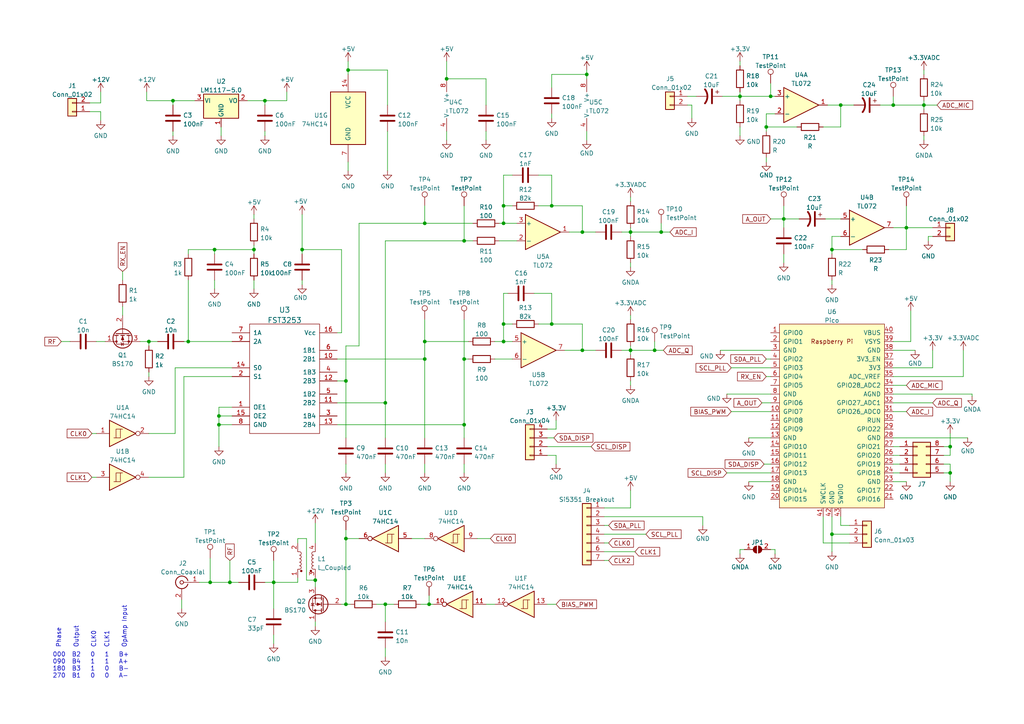
<source format=kicad_sch>
(kicad_sch (version 20211123) (generator eeschema)

  (uuid cfa9cd05-9603-46d5-b474-29a2d6124038)

  (paper "A4")

  

  (junction (at 275.59 137.16) (diameter 0) (color 0 0 0 0)
    (uuid 09158870-358e-4a5f-b503-b97a2711edc1)
  )
  (junction (at 275.59 129.54) (diameter 0) (color 0 0 0 0)
    (uuid 0c6ea299-0af0-4b2f-85a7-14a9628a6dc6)
  )
  (junction (at 62.23 72.39) (diameter 0) (color 0 0 0 0)
    (uuid 118788c2-d181-41ac-9cbd-c512dc3adb82)
  )
  (junction (at 60.96 168.91) (diameter 0) (color 0 0 0 0)
    (uuid 13085af3-7bd8-43b8-beef-92f1e8e982fc)
  )
  (junction (at 146.05 59.69) (diameter 0) (color 0 0 0 0)
    (uuid 13428218-0a65-44b6-b08d-cf0730c0cd0f)
  )
  (junction (at 241.3 154.94) (diameter 0) (color 0 0 0 0)
    (uuid 164e59c9-9e21-4d68-a075-3f90c174141b)
  )
  (junction (at 160.02 59.69) (diameter 0) (color 0 0 0 0)
    (uuid 1901717c-1f5f-43dd-9370-d13f3aecf5bf)
  )
  (junction (at 267.97 30.48) (diameter 0) (color 0 0 0 0)
    (uuid 1a425413-4e3e-47dd-9a8f-197ab21a34f3)
  )
  (junction (at 100.965 20.32) (diameter 0) (color 0 0 0 0)
    (uuid 1f9a252b-d0e3-40a1-af05-36b545ec1908)
  )
  (junction (at 191.77 67.31) (diameter 0) (color 0 0 0 0)
    (uuid 263fcb62-8271-4cf6-8235-47231e0fcee9)
  )
  (junction (at 222.25 36.83) (diameter 0) (color 0 0 0 0)
    (uuid 2a00cc16-ff7e-4612-b94d-bb5628c69ca6)
  )
  (junction (at 168.91 67.31) (diameter 0) (color 0 0 0 0)
    (uuid 2a497385-098e-431d-a873-fcdc53acdcb7)
  )
  (junction (at 134.62 123.19) (diameter 0) (color 0 0 0 0)
    (uuid 2ac8fadc-60b4-4ef8-b7a6-ce2781e43973)
  )
  (junction (at 87.63 72.39) (diameter 0) (color 0 0 0 0)
    (uuid 2bf6097c-a364-4879-86f9-95ddd6eba2c4)
  )
  (junction (at 146.05 64.77) (diameter 0) (color 0 0 0 0)
    (uuid 30542b3e-e00f-4a3b-a705-9428f2abc665)
  )
  (junction (at 123.19 99.06) (diameter 0) (color 0 0 0 0)
    (uuid 37aae2cf-b7f4-4041-98c0-702bfb857630)
  )
  (junction (at 63.5 123.19) (diameter 0) (color 0 0 0 0)
    (uuid 389cff47-8a4c-4249-9798-55d927218d8c)
  )
  (junction (at 168.91 101.6) (diameter 0) (color 0 0 0 0)
    (uuid 39b47703-34bb-4961-a661-db8b1c6aff0e)
  )
  (junction (at 66.675 168.91) (diameter 0) (color 0 0 0 0)
    (uuid 3a8ce603-f234-4947-83d1-a5d511a0dbc3)
  )
  (junction (at 111.76 116.84) (diameter 0) (color 0 0 0 0)
    (uuid 409327bb-c6e7-4669-9720-f0f427e24ef4)
  )
  (junction (at 100.33 110.49) (diameter 0) (color 0 0 0 0)
    (uuid 4cfd7f71-31de-4d3c-88df-90d4e490fecc)
  )
  (junction (at 63.5 120.65) (diameter 0) (color 0 0 0 0)
    (uuid 4ec42e36-9928-43bb-b9e4-a857fe7d18dc)
  )
  (junction (at 76.835 29.21) (diameter 0) (color 0 0 0 0)
    (uuid 56c260b7-4d73-4292-88c5-900ead39bef7)
  )
  (junction (at 123.19 104.14) (diameter 0) (color 0 0 0 0)
    (uuid 5c201862-909f-49c3-9325-fd14eb6c446c)
  )
  (junction (at 123.19 64.77) (diameter 0) (color 0 0 0 0)
    (uuid 65a44171-499e-4571-941d-c6d5b1bf7d5a)
  )
  (junction (at 100.33 175.26) (diameter 0) (color 0 0 0 0)
    (uuid 670db3e9-6800-411e-9ec6-dbcc7f09948d)
  )
  (junction (at 182.88 67.31) (diameter 0) (color 0 0 0 0)
    (uuid 678ecd2c-3e98-47a3-8372-99c3c5ceb4ae)
  )
  (junction (at 134.62 104.14) (diameter 0) (color 0 0 0 0)
    (uuid 67bf39c9-17f2-4d19-be2f-dc791d353bbe)
  )
  (junction (at 189.865 101.6) (diameter 0) (color 0 0 0 0)
    (uuid 6bcc74c3-3a15-4ad9-a4fd-8cd8673f626a)
  )
  (junction (at 54.61 99.06) (diameter 0) (color 0 0 0 0)
    (uuid 7855d124-27ac-4435-b2ed-b83e63f20315)
  )
  (junction (at 134.62 69.85) (diameter 0) (color 0 0 0 0)
    (uuid 7a64ab9e-0885-4114-a842-8298d4c2c841)
  )
  (junction (at 262.89 66.04) (diameter 0) (color 0 0 0 0)
    (uuid 7b3d6c36-fdf2-4a1b-a49f-12ea2b707d37)
  )
  (junction (at 227.33 63.5) (diameter 0) (color 0 0 0 0)
    (uuid 812c6207-9612-4c2e-9634-682e4c865c9a)
  )
  (junction (at 43.18 99.06) (diameter 0) (color 0 0 0 0)
    (uuid 887c00ae-f00c-43df-b157-8d5155c0602c)
  )
  (junction (at 223.52 27.94) (diameter 0) (color 0 0 0 0)
    (uuid 8a97eb42-2dba-4407-a7de-3843e0ac4751)
  )
  (junction (at 100.33 156.21) (diameter 0) (color 0 0 0 0)
    (uuid 911ac92f-dc8f-473f-a819-6ec44a97da57)
  )
  (junction (at 259.08 30.48) (diameter 0) (color 0 0 0 0)
    (uuid 912ffd03-dc69-4763-b145-567882d2ddb6)
  )
  (junction (at 129.54 22.86) (diameter 0) (color 0 0 0 0)
    (uuid a3537a34-bbf6-46a9-94ba-d3ed1793992f)
  )
  (junction (at 241.3 72.39) (diameter 0) (color 0 0 0 0)
    (uuid a4a37850-ef95-4439-8b65-c0c50d0d72df)
  )
  (junction (at 91.44 168.275) (diameter 0) (color 0 0 0 0)
    (uuid aef0e9cf-d6eb-48d5-9738-ba3a43b460c0)
  )
  (junction (at 214.63 27.94) (diameter 0) (color 0 0 0 0)
    (uuid af255be1-efc7-4fc1-92f5-1c36f1ce7842)
  )
  (junction (at 243.84 30.48) (diameter 0) (color 0 0 0 0)
    (uuid b4a54540-7c4b-4187-bb22-1dbcb05f60fa)
  )
  (junction (at 146.05 99.06) (diameter 0) (color 0 0 0 0)
    (uuid b817eaae-cb4e-4da1-8351-6bd31446a928)
  )
  (junction (at 170.18 21.59) (diameter 0) (color 0 0 0 0)
    (uuid b9459263-bd7b-449e-9e49-70e9937d6f20)
  )
  (junction (at 146.05 93.98) (diameter 0) (color 0 0 0 0)
    (uuid bbac73ef-b4f1-4a7f-97f2-f942f5c00496)
  )
  (junction (at 79.375 168.91) (diameter 0) (color 0 0 0 0)
    (uuid cb9fda80-d696-4d63-9a03-ac7e280fc27a)
  )
  (junction (at 182.88 101.6) (diameter 0) (color 0 0 0 0)
    (uuid cf496ca2-03e4-4340-a5bc-b3e150b90320)
  )
  (junction (at 73.66 72.39) (diameter 0) (color 0 0 0 0)
    (uuid da013340-3c24-403d-8836-9f9c162ccf4f)
  )
  (junction (at 124.46 175.26) (diameter 0) (color 0 0 0 0)
    (uuid ea05b4d5-8886-488a-b60b-64651f6dd582)
  )
  (junction (at 50.165 29.21) (diameter 0) (color 0 0 0 0)
    (uuid ef5f9ace-3b99-4abe-ad15-9c7f02655b0d)
  )
  (junction (at 160.02 93.98) (diameter 0) (color 0 0 0 0)
    (uuid f68ca172-40f3-4104-9be2-9cf1abf634eb)
  )
  (junction (at 111.76 175.26) (diameter 0) (color 0 0 0 0)
    (uuid f753612d-5bfd-44a5-996d-f299114abb27)
  )

  (wire (pts (xy 160.02 93.98) (xy 168.91 93.98))
    (stroke (width 0) (type default) (color 0 0 0 0))
    (uuid 030d3073-06c6-4697-8a0d-d89674643663)
  )
  (wire (pts (xy 259.08 111.76) (xy 262.89 111.76))
    (stroke (width 0) (type default) (color 0 0 0 0))
    (uuid 031e8a53-b150-47f0-a273-0fae3f703cb1)
  )
  (wire (pts (xy 170.18 21.59) (xy 170.18 22.86))
    (stroke (width 0) (type default) (color 0 0 0 0))
    (uuid 034d6760-2f2a-427b-8a3b-388d87aaa248)
  )
  (wire (pts (xy 182.88 110.49) (xy 182.88 111.76))
    (stroke (width 0) (type default) (color 0 0 0 0))
    (uuid 03b4b33c-50e4-464c-a171-dc20d1ba4d6d)
  )
  (wire (pts (xy 259.08 114.3) (xy 281.94 114.3))
    (stroke (width 0) (type default) (color 0 0 0 0))
    (uuid 03e9bef5-afc8-44c8-b882-267d1da98fa8)
  )
  (wire (pts (xy 189.865 99.06) (xy 189.865 101.6))
    (stroke (width 0) (type default) (color 0 0 0 0))
    (uuid 061afcba-1633-4069-91dd-43d63001e1e2)
  )
  (wire (pts (xy 100.965 20.32) (xy 100.965 21.59))
    (stroke (width 0) (type default) (color 0 0 0 0))
    (uuid 0785a29b-d758-42f8-85eb-1dea6067bbee)
  )
  (wire (pts (xy 63.5 123.19) (xy 67.31 123.19))
    (stroke (width 0) (type default) (color 0 0 0 0))
    (uuid 080a3865-8d49-4d4b-8300-65bfd1b135d7)
  )
  (wire (pts (xy 175.26 152.4) (xy 176.53 152.4))
    (stroke (width 0) (type default) (color 0 0 0 0))
    (uuid 081d5f3d-bc54-45a4-a4ea-ab138c3846ec)
  )
  (wire (pts (xy 168.91 67.31) (xy 172.72 67.31))
    (stroke (width 0) (type default) (color 0 0 0 0))
    (uuid 0920a59f-fa4e-42af-856f-660052e02eee)
  )
  (wire (pts (xy 123.19 104.14) (xy 123.19 127))
    (stroke (width 0) (type default) (color 0 0 0 0))
    (uuid 0be498c7-4ccb-442c-beaf-903eb8701bb6)
  )
  (wire (pts (xy 262.89 59.69) (xy 262.89 66.04))
    (stroke (width 0) (type default) (color 0 0 0 0))
    (uuid 0c208e67-3234-4916-adc8-b44edbf31aa7)
  )
  (wire (pts (xy 175.26 162.56) (xy 176.53 162.56))
    (stroke (width 0) (type default) (color 0 0 0 0))
    (uuid 0c8811b8-1d60-4160-84d8-6724c15fb851)
  )
  (wire (pts (xy 104.14 100.33) (xy 104.14 64.77))
    (stroke (width 0) (type default) (color 0 0 0 0))
    (uuid 0c90225f-edf0-4fce-abd3-1711b58321c4)
  )
  (wire (pts (xy 168.91 59.69) (xy 168.91 67.31))
    (stroke (width 0) (type default) (color 0 0 0 0))
    (uuid 0d090514-7f7e-4315-ba8c-a77cb257e8fa)
  )
  (wire (pts (xy 62.23 72.39) (xy 54.61 72.39))
    (stroke (width 0) (type default) (color 0 0 0 0))
    (uuid 0e496933-414b-421f-bc01-639ea1e13f67)
  )
  (wire (pts (xy 259.08 127) (xy 280.67 127))
    (stroke (width 0) (type default) (color 0 0 0 0))
    (uuid 10a1000d-120a-45c3-84f2-08bd9fd2d0c1)
  )
  (wire (pts (xy 243.84 36.83) (xy 243.84 30.48))
    (stroke (width 0) (type default) (color 0 0 0 0))
    (uuid 111de3b4-b4e0-4edf-810b-546f00273dcb)
  )
  (wire (pts (xy 143.51 99.06) (xy 146.05 99.06))
    (stroke (width 0) (type default) (color 0 0 0 0))
    (uuid 1315a29d-ba3f-4aad-ad43-c327a3983a80)
  )
  (wire (pts (xy 160.02 50.8) (xy 160.02 59.69))
    (stroke (width 0) (type default) (color 0 0 0 0))
    (uuid 1332def0-2afb-4804-8362-0cf130152449)
  )
  (wire (pts (xy 241.3 68.58) (xy 243.84 68.58))
    (stroke (width 0) (type default) (color 0 0 0 0))
    (uuid 1388d00f-7ea6-41c8-9488-b83abfb3c346)
  )
  (wire (pts (xy 243.84 149.86) (xy 243.84 152.4))
    (stroke (width 0) (type default) (color 0 0 0 0))
    (uuid 145fc826-2c23-439a-a082-7f9c727cadbe)
  )
  (wire (pts (xy 267.97 20.32) (xy 267.97 21.59))
    (stroke (width 0) (type default) (color 0 0 0 0))
    (uuid 14ae7189-5bac-4a1d-8a55-5036fcbe6284)
  )
  (wire (pts (xy 158.75 127) (xy 160.655 127))
    (stroke (width 0) (type default) (color 0 0 0 0))
    (uuid 152ae621-91d6-4ccb-9224-8d9a125f1b39)
  )
  (wire (pts (xy 87.63 81.28) (xy 87.63 82.55))
    (stroke (width 0) (type default) (color 0 0 0 0))
    (uuid 1564454a-82be-43c2-a2e9-e03e291a1c1d)
  )
  (wire (pts (xy 111.76 175.26) (xy 114.3 175.26))
    (stroke (width 0) (type default) (color 0 0 0 0))
    (uuid 198732bd-6351-468a-b085-e27e1ff28ceb)
  )
  (wire (pts (xy 269.24 68.58) (xy 270.51 68.58))
    (stroke (width 0) (type default) (color 0 0 0 0))
    (uuid 19eda56c-3fdf-426f-9e5d-00eac448b8f4)
  )
  (wire (pts (xy 26.67 138.43) (xy 27.94 138.43))
    (stroke (width 0) (type default) (color 0 0 0 0))
    (uuid 1a23bc91-02c7-4670-adfb-445ac4d3831a)
  )
  (wire (pts (xy 182.88 67.31) (xy 182.88 68.58))
    (stroke (width 0) (type default) (color 0 0 0 0))
    (uuid 1a860ecd-6133-4578-b98b-5078a51b899d)
  )
  (wire (pts (xy 129.54 17.78) (xy 129.54 22.86))
    (stroke (width 0) (type default) (color 0 0 0 0))
    (uuid 1aba2b23-cd71-4dbb-9ef1-2efa93d11392)
  )
  (wire (pts (xy 146.05 64.77) (xy 149.86 64.77))
    (stroke (width 0) (type default) (color 0 0 0 0))
    (uuid 1af82a59-023b-4f29-a924-2e8805e4948a)
  )
  (wire (pts (xy 91.44 168.275) (xy 91.44 170.18))
    (stroke (width 0) (type default) (color 0 0 0 0))
    (uuid 1b19fc82-5eba-4063-822f-6ad441a3ff7e)
  )
  (wire (pts (xy 43.18 99.06) (xy 45.72 99.06))
    (stroke (width 0) (type default) (color 0 0 0 0))
    (uuid 1bd587cf-e458-4600-be8f-44f16734b75b)
  )
  (wire (pts (xy 63.5 123.19) (xy 63.5 129.54))
    (stroke (width 0) (type default) (color 0 0 0 0))
    (uuid 1c6caab3-34fc-4c77-8b73-15f9258c301b)
  )
  (wire (pts (xy 76.835 38.1) (xy 76.835 39.37))
    (stroke (width 0) (type default) (color 0 0 0 0))
    (uuid 1d0e3a1b-2be7-4e15-a2ed-ccd34314efef)
  )
  (wire (pts (xy 158.75 132.08) (xy 161.29 132.08))
    (stroke (width 0) (type default) (color 0 0 0 0))
    (uuid 1df113eb-9e7e-41cd-b905-5c38b47ae42b)
  )
  (wire (pts (xy 208.915 101.6) (xy 223.52 101.6))
    (stroke (width 0) (type default) (color 0 0 0 0))
    (uuid 1f7d3387-5840-4d88-bd2c-825bdeae0270)
  )
  (wire (pts (xy 175.26 154.94) (xy 187.325 154.94))
    (stroke (width 0) (type default) (color 0 0 0 0))
    (uuid 1f817b63-9a8c-4654-80a1-e27eacdec1e7)
  )
  (wire (pts (xy 191.77 67.31) (xy 194.31 67.31))
    (stroke (width 0) (type default) (color 0 0 0 0))
    (uuid 2196e22c-6af2-4f8b-80cd-01a3001bee82)
  )
  (wire (pts (xy 100.33 110.49) (xy 100.33 127))
    (stroke (width 0) (type default) (color 0 0 0 0))
    (uuid 22b3a380-3fcd-4e63-8616-8b6155103a01)
  )
  (wire (pts (xy 137.16 69.85) (xy 134.62 69.85))
    (stroke (width 0) (type default) (color 0 0 0 0))
    (uuid 22c0f2e4-2a60-4f98-a0e8-0cad5fa85ce1)
  )
  (wire (pts (xy 212.09 119.38) (xy 223.52 119.38))
    (stroke (width 0) (type default) (color 0 0 0 0))
    (uuid 232d142e-3436-45d2-93af-f4b1747c9b20)
  )
  (wire (pts (xy 140.97 38.1) (xy 140.97 40.64))
    (stroke (width 0) (type default) (color 0 0 0 0))
    (uuid 23baacfe-15cd-4201-9618-c1c2030f5bdd)
  )
  (wire (pts (xy 227.33 66.04) (xy 227.33 63.5))
    (stroke (width 0) (type default) (color 0 0 0 0))
    (uuid 24118d5c-3154-4d1a-943d-404403269584)
  )
  (wire (pts (xy 214.63 36.83) (xy 214.63 39.37))
    (stroke (width 0) (type default) (color 0 0 0 0))
    (uuid 24532b75-da97-4577-989c-b5f21ce3b6eb)
  )
  (wire (pts (xy 238.76 157.48) (xy 246.38 157.48))
    (stroke (width 0) (type default) (color 0 0 0 0))
    (uuid 24d708dc-32c5-4a65-a03f-f9d61e0c4284)
  )
  (wire (pts (xy 99.06 72.39) (xy 87.63 72.39))
    (stroke (width 0) (type default) (color 0 0 0 0))
    (uuid 2658638a-631a-4603-b4bb-a07a7eead328)
  )
  (wire (pts (xy 143.51 104.14) (xy 148.59 104.14))
    (stroke (width 0) (type default) (color 0 0 0 0))
    (uuid 26aefdf7-a375-4ec6-8f9e-0d921b08475e)
  )
  (wire (pts (xy 210.82 137.16) (xy 223.52 137.16))
    (stroke (width 0) (type default) (color 0 0 0 0))
    (uuid 27a0f816-9c3e-434b-8e07-04f87ddcffe0)
  )
  (wire (pts (xy 91.44 167.64) (xy 91.44 168.275))
    (stroke (width 0) (type default) (color 0 0 0 0))
    (uuid 27afb6b1-a979-4106-8a0e-3093c33c91cd)
  )
  (wire (pts (xy 243.84 152.4) (xy 246.38 152.4))
    (stroke (width 0) (type default) (color 0 0 0 0))
    (uuid 298f4691-dc22-4673-b3e0-4403b3577d9d)
  )
  (wire (pts (xy 112.395 20.32) (xy 112.395 30.48))
    (stroke (width 0) (type default) (color 0 0 0 0))
    (uuid 2a4058f9-10d3-456f-abbe-c1e261822a2f)
  )
  (wire (pts (xy 175.26 149.86) (xy 203.835 149.86))
    (stroke (width 0) (type default) (color 0 0 0 0))
    (uuid 2a99848c-d5de-4d4a-bc86-d7f2f3fcb70d)
  )
  (wire (pts (xy 63.5 118.11) (xy 63.5 120.65))
    (stroke (width 0) (type default) (color 0 0 0 0))
    (uuid 2cc2e233-4306-48be-b0c4-6ddb248cc31e)
  )
  (wire (pts (xy 239.395 63.5) (xy 243.84 63.5))
    (stroke (width 0) (type default) (color 0 0 0 0))
    (uuid 2d356308-aeaf-4f93-b73d-3abce19b3946)
  )
  (wire (pts (xy 241.3 73.66) (xy 241.3 72.39))
    (stroke (width 0) (type default) (color 0 0 0 0))
    (uuid 2dccf0e2-3941-40bd-b5c7-5eb69532c043)
  )
  (wire (pts (xy 200.66 30.48) (xy 200.66 34.29))
    (stroke (width 0) (type default) (color 0 0 0 0))
    (uuid 2e075f01-bc79-4b6b-b861-f295984720ec)
  )
  (wire (pts (xy 262.89 66.04) (xy 270.51 66.04))
    (stroke (width 0) (type default) (color 0 0 0 0))
    (uuid 3147d321-eaae-4b1b-a937-493c272ee75d)
  )
  (wire (pts (xy 241.3 72.39) (xy 241.3 68.58))
    (stroke (width 0) (type default) (color 0 0 0 0))
    (uuid 329256cf-77d3-449d-8e34-032c8402af2d)
  )
  (wire (pts (xy 217.17 139.7) (xy 223.52 139.7))
    (stroke (width 0) (type default) (color 0 0 0 0))
    (uuid 337a09e8-6028-4f3e-bc98-4f8cab07cae7)
  )
  (wire (pts (xy 279.4 101.6) (xy 279.4 109.22))
    (stroke (width 0) (type default) (color 0 0 0 0))
    (uuid 35bf40a0-6437-4789-b1ff-1e9e2f150ec2)
  )
  (wire (pts (xy 170.18 21.59) (xy 160.02 21.59))
    (stroke (width 0) (type default) (color 0 0 0 0))
    (uuid 36059a97-5c8d-4c56-8b92-f3604f10c69e)
  )
  (wire (pts (xy 259.08 101.6) (xy 265.43 101.6))
    (stroke (width 0) (type default) (color 0 0 0 0))
    (uuid 361245b4-a7de-428c-9ef4-c39d6d14bc4b)
  )
  (wire (pts (xy 199.39 30.48) (xy 200.66 30.48))
    (stroke (width 0) (type default) (color 0 0 0 0))
    (uuid 365c81b2-4e46-4c3a-9ef6-48f32b2ac524)
  )
  (wire (pts (xy 182.88 66.04) (xy 182.88 67.31))
    (stroke (width 0) (type default) (color 0 0 0 0))
    (uuid 37265181-b1e1-4d9e-9c3f-8c88143927e0)
  )
  (wire (pts (xy 281.94 114.3) (xy 281.94 114.935))
    (stroke (width 0) (type default) (color 0 0 0 0))
    (uuid 3a275057-d252-496a-ad4a-7a16a8eb2b48)
  )
  (wire (pts (xy 257.81 72.39) (xy 262.89 72.39))
    (stroke (width 0) (type default) (color 0 0 0 0))
    (uuid 3acf52d6-5099-46c4-99b9-28e5f3ee620a)
  )
  (wire (pts (xy 100.33 175.26) (xy 100.33 156.21))
    (stroke (width 0) (type default) (color 0 0 0 0))
    (uuid 3b699dc5-e15d-4ea1-9daa-6ff243fd9249)
  )
  (wire (pts (xy 156.21 50.8) (xy 160.02 50.8))
    (stroke (width 0) (type default) (color 0 0 0 0))
    (uuid 3bb798dd-ebec-4b98-95a8-9f929e29e646)
  )
  (wire (pts (xy 87.63 62.23) (xy 87.63 72.39))
    (stroke (width 0) (type default) (color 0 0 0 0))
    (uuid 3bc6825c-d3da-4713-8b5c-b9003944cd69)
  )
  (wire (pts (xy 100.33 110.49) (xy 100.33 100.33))
    (stroke (width 0) (type default) (color 0 0 0 0))
    (uuid 3c10cfb1-7f13-4fa3-b032-35d9a324ab39)
  )
  (wire (pts (xy 111.76 175.26) (xy 111.76 180.34))
    (stroke (width 0) (type default) (color 0 0 0 0))
    (uuid 3c73e90e-5e55-4c04-809a-a9831737461c)
  )
  (wire (pts (xy 27.94 99.06) (xy 30.48 99.06))
    (stroke (width 0) (type default) (color 0 0 0 0))
    (uuid 3e3644b2-8b88-4f29-82ab-532b3b280a0e)
  )
  (wire (pts (xy 134.62 59.69) (xy 134.62 69.85))
    (stroke (width 0) (type default) (color 0 0 0 0))
    (uuid 3e719cfe-0485-4421-a326-0892954f24e1)
  )
  (wire (pts (xy 227.33 59.69) (xy 227.33 63.5))
    (stroke (width 0) (type default) (color 0 0 0 0))
    (uuid 3f54401f-6ccd-43e9-8f62-64d3df4493c7)
  )
  (wire (pts (xy 146.05 93.98) (xy 146.05 85.09))
    (stroke (width 0) (type default) (color 0 0 0 0))
    (uuid 3fc3f042-ca5b-40bb-92d5-3e9bc18897d6)
  )
  (wire (pts (xy 29.21 32.385) (xy 29.21 34.925))
    (stroke (width 0) (type default) (color 0 0 0 0))
    (uuid 3fd18252-69cd-4f8f-963e-e39063f42481)
  )
  (wire (pts (xy 275.59 129.54) (xy 275.59 132.08))
    (stroke (width 0) (type default) (color 0 0 0 0))
    (uuid 41ab57e8-e261-48cd-9c5d-cd7c15a2a828)
  )
  (wire (pts (xy 146.05 99.06) (xy 146.05 93.98))
    (stroke (width 0) (type default) (color 0 0 0 0))
    (uuid 42aa27a3-7176-448f-bab8-7e8da54316fb)
  )
  (wire (pts (xy 259.08 134.62) (xy 260.985 134.62))
    (stroke (width 0) (type default) (color 0 0 0 0))
    (uuid 45924b9d-88eb-48b4-a043-8724b2e7da58)
  )
  (wire (pts (xy 214.63 27.94) (xy 214.63 29.21))
    (stroke (width 0) (type default) (color 0 0 0 0))
    (uuid 471bc546-f77f-404d-a459-2865468640e1)
  )
  (wire (pts (xy 123.19 92.71) (xy 123.19 99.06))
    (stroke (width 0) (type default) (color 0 0 0 0))
    (uuid 480113c8-df1d-419c-b768-1c3e86642f6a)
  )
  (wire (pts (xy 123.19 64.77) (xy 137.16 64.77))
    (stroke (width 0) (type default) (color 0 0 0 0))
    (uuid 494e33d7-1484-45fd-b437-e235ffed881a)
  )
  (wire (pts (xy 62.23 72.39) (xy 62.23 73.66))
    (stroke (width 0) (type default) (color 0 0 0 0))
    (uuid 498ce1e8-3943-4853-9d8c-2d5f8b020b76)
  )
  (wire (pts (xy 264.16 90.17) (xy 264.16 99.06))
    (stroke (width 0) (type default) (color 0 0 0 0))
    (uuid 4b0eecbd-7f15-49e5-a013-fffb5e25b064)
  )
  (wire (pts (xy 63.5 120.65) (xy 67.31 120.65))
    (stroke (width 0) (type default) (color 0 0 0 0))
    (uuid 4be32149-8a08-44e3-a420-362a5fb9044f)
  )
  (wire (pts (xy 111.76 69.85) (xy 134.62 69.85))
    (stroke (width 0) (type default) (color 0 0 0 0))
    (uuid 4c7d33ae-960e-4391-9051-8f1d3b6ecfe5)
  )
  (wire (pts (xy 168.91 101.6) (xy 168.91 93.98))
    (stroke (width 0) (type default) (color 0 0 0 0))
    (uuid 4d671920-902d-4722-bfeb-1daebcab921d)
  )
  (wire (pts (xy 273.685 129.54) (xy 275.59 129.54))
    (stroke (width 0) (type default) (color 0 0 0 0))
    (uuid 4f18af9a-e7f9-44d0-801d-a107b60e62c4)
  )
  (wire (pts (xy 119.38 156.21) (xy 123.19 156.21))
    (stroke (width 0) (type default) (color 0 0 0 0))
    (uuid 507b9ba0-9d00-4724-a470-9c8a3aee35e8)
  )
  (wire (pts (xy 270.51 101.6) (xy 270.51 106.68))
    (stroke (width 0) (type default) (color 0 0 0 0))
    (uuid 534b587a-69a2-4166-a0e7-0b0d54d7a6ce)
  )
  (wire (pts (xy 267.97 39.37) (xy 267.97 40.64))
    (stroke (width 0) (type default) (color 0 0 0 0))
    (uuid 54419245-aec2-4246-987f-d6fa8fcff994)
  )
  (wire (pts (xy 222.25 109.22) (xy 223.52 109.22))
    (stroke (width 0) (type default) (color 0 0 0 0))
    (uuid 551cbfb0-1e1d-4004-a582-b99cb636b635)
  )
  (wire (pts (xy 241.3 154.94) (xy 241.3 160.02))
    (stroke (width 0) (type default) (color 0 0 0 0))
    (uuid 557e8daa-24c2-4e72-a663-70afe701b692)
  )
  (wire (pts (xy 158.75 175.26) (xy 161.29 175.26))
    (stroke (width 0) (type default) (color 0 0 0 0))
    (uuid 56023c5b-a884-4739-a4f1-f56bccc1b687)
  )
  (wire (pts (xy 160.02 21.59) (xy 160.02 25.4))
    (stroke (width 0) (type default) (color 0 0 0 0))
    (uuid 58086011-c9dd-4c6c-b721-a3c18d79ee7a)
  )
  (wire (pts (xy 269.24 69.85) (xy 269.24 68.58))
    (stroke (width 0) (type default) (color 0 0 0 0))
    (uuid 581f669a-ca98-42b6-bc63-33d325982f41)
  )
  (wire (pts (xy 124.46 175.26) (xy 125.73 175.26))
    (stroke (width 0) (type default) (color 0 0 0 0))
    (uuid 5a5a2fd3-2b09-4a04-be8e-aefb0bd5932c)
  )
  (wire (pts (xy 86.36 167.64) (xy 86.36 168.91))
    (stroke (width 0) (type default) (color 0 0 0 0))
    (uuid 5b2e9ca3-0a74-4703-bf31-5d413ab0538f)
  )
  (wire (pts (xy 88.9 168.275) (xy 88.9 156.21))
    (stroke (width 0) (type default) (color 0 0 0 0))
    (uuid 5b40cb15-ee96-486c-b531-842d2aa53199)
  )
  (wire (pts (xy 144.78 69.85) (xy 149.86 69.85))
    (stroke (width 0) (type default) (color 0 0 0 0))
    (uuid 5b88e83b-dc2c-4b8a-84d9-64f49cdc2190)
  )
  (wire (pts (xy 123.19 99.06) (xy 135.89 99.06))
    (stroke (width 0) (type default) (color 0 0 0 0))
    (uuid 5c6e7cbb-3b61-4da8-bccc-5641c7bbcf58)
  )
  (wire (pts (xy 138.43 156.21) (xy 142.24 156.21))
    (stroke (width 0) (type default) (color 0 0 0 0))
    (uuid 5dc036d4-f7d9-41f7-99a5-5624aeb207d7)
  )
  (wire (pts (xy 212.09 106.68) (xy 223.52 106.68))
    (stroke (width 0) (type default) (color 0 0 0 0))
    (uuid 5e52a5db-5e7a-4a68-b32e-c190fc989e7a)
  )
  (wire (pts (xy 175.26 160.02) (xy 184.15 160.02))
    (stroke (width 0) (type default) (color 0 0 0 0))
    (uuid 5ede96bd-4e2c-4319-a2f7-e1e8ffb0556c)
  )
  (wire (pts (xy 170.18 38.1) (xy 170.18 40.64))
    (stroke (width 0) (type default) (color 0 0 0 0))
    (uuid 5fa26e31-5010-4528-87c7-047a887ada1c)
  )
  (wire (pts (xy 161.29 121.92) (xy 161.29 124.46))
    (stroke (width 0) (type default) (color 0 0 0 0))
    (uuid 602f60be-4e0b-464c-a51e-723d94cbc3f2)
  )
  (wire (pts (xy 53.34 109.22) (xy 67.31 109.22))
    (stroke (width 0) (type default) (color 0 0 0 0))
    (uuid 6075b087-5cbf-4c6d-82bb-6e04e619fe4e)
  )
  (wire (pts (xy 91.44 151.765) (xy 91.44 157.48))
    (stroke (width 0) (type default) (color 0 0 0 0))
    (uuid 60a00c03-5a23-44e1-a481-a8c5e905cf52)
  )
  (wire (pts (xy 88.9 156.21) (xy 86.36 156.21))
    (stroke (width 0) (type default) (color 0 0 0 0))
    (uuid 60d376e8-ceab-40b8-9b75-630be4ad4c25)
  )
  (wire (pts (xy 275.59 137.16) (xy 273.685 137.16))
    (stroke (width 0) (type default) (color 0 0 0 0))
    (uuid 60d6724a-d828-4a28-a5fe-2163287a47ee)
  )
  (wire (pts (xy 100.33 100.33) (xy 104.14 100.33))
    (stroke (width 0) (type default) (color 0 0 0 0))
    (uuid 61b8aeb3-a6c2-4b71-a725-03f30d0717ca)
  )
  (wire (pts (xy 50.8 125.73) (xy 50.8 106.68))
    (stroke (width 0) (type default) (color 0 0 0 0))
    (uuid 62a3281d-5f63-4182-b7be-844c9941cff4)
  )
  (wire (pts (xy 134.62 123.19) (xy 134.62 127))
    (stroke (width 0) (type default) (color 0 0 0 0))
    (uuid 63386d13-b566-4456-ad2b-2ea886e46e6b)
  )
  (wire (pts (xy 52.705 173.99) (xy 52.705 176.53))
    (stroke (width 0) (type default) (color 0 0 0 0))
    (uuid 641054c4-eb18-4b48-b702-e8140e986622)
  )
  (wire (pts (xy 50.165 29.21) (xy 50.165 30.48))
    (stroke (width 0) (type default) (color 0 0 0 0))
    (uuid 66379e2d-0b51-4081-99b4-c340ee87d821)
  )
  (wire (pts (xy 97.79 96.52) (xy 99.06 96.52))
    (stroke (width 0) (type default) (color 0 0 0 0))
    (uuid 673c5da1-7e9c-477a-925d-2332d9226bd7)
  )
  (wire (pts (xy 182.88 142.24) (xy 182.88 147.32))
    (stroke (width 0) (type default) (color 0 0 0 0))
    (uuid 6771fcf3-c962-4b8e-8481-8ef42b3a078a)
  )
  (wire (pts (xy 217.17 127) (xy 223.52 127))
    (stroke (width 0) (type default) (color 0 0 0 0))
    (uuid 68b14be0-2f86-4551-999b-75697cc8aa27)
  )
  (wire (pts (xy 53.34 138.43) (xy 43.18 138.43))
    (stroke (width 0) (type default) (color 0 0 0 0))
    (uuid 69be128b-bcba-405b-a019-280e344ed222)
  )
  (wire (pts (xy 227.33 73.66) (xy 227.33 76.2))
    (stroke (width 0) (type default) (color 0 0 0 0))
    (uuid 6ab8a896-0ded-4e22-a6c6-41a433df98bb)
  )
  (wire (pts (xy 140.97 175.26) (xy 143.51 175.26))
    (stroke (width 0) (type default) (color 0 0 0 0))
    (uuid 6afa735e-e6b2-4795-8173-da1292be36d7)
  )
  (wire (pts (xy 86.36 168.91) (xy 79.375 168.91))
    (stroke (width 0) (type default) (color 0 0 0 0))
    (uuid 6b53fda5-d070-4a02-aad5-e9342e42f58f)
  )
  (wire (pts (xy 111.76 134.62) (xy 111.76 137.16))
    (stroke (width 0) (type default) (color 0 0 0 0))
    (uuid 6bea2805-04f9-4398-b42b-3d86704b2762)
  )
  (wire (pts (xy 54.61 81.28) (xy 54.61 99.06))
    (stroke (width 0) (type default) (color 0 0 0 0))
    (uuid 6bf87724-5152-4e74-b3bb-d4ecba1eb536)
  )
  (wire (pts (xy 66.675 168.91) (xy 69.215 168.91))
    (stroke (width 0) (type default) (color 0 0 0 0))
    (uuid 6c21e4db-18d0-48b4-a082-7d3b40300379)
  )
  (wire (pts (xy 259.08 27.94) (xy 259.08 30.48))
    (stroke (width 0) (type default) (color 0 0 0 0))
    (uuid 6cef4895-fb98-4532-aa9a-f334b140cb36)
  )
  (wire (pts (xy 71.755 29.21) (xy 76.835 29.21))
    (stroke (width 0) (type default) (color 0 0 0 0))
    (uuid 6d260756-031d-43b6-9c8b-41c36f839e01)
  )
  (wire (pts (xy 223.52 63.5) (xy 227.33 63.5))
    (stroke (width 0) (type default) (color 0 0 0 0))
    (uuid 6e0686f5-021c-4177-980c-a78a6dbd8e17)
  )
  (wire (pts (xy 111.76 187.96) (xy 111.76 190.5))
    (stroke (width 0) (type default) (color 0 0 0 0))
    (uuid 72cb77f0-b00f-4a09-979e-49d156b50ab0)
  )
  (wire (pts (xy 97.79 116.84) (xy 111.76 116.84))
    (stroke (width 0) (type default) (color 0 0 0 0))
    (uuid 72ee57b5-729b-4a3a-8448-363ab643f065)
  )
  (wire (pts (xy 238.76 149.86) (xy 238.76 157.48))
    (stroke (width 0) (type default) (color 0 0 0 0))
    (uuid 73c6d182-0661-4142-a034-c4f7de25a8f3)
  )
  (wire (pts (xy 259.08 129.54) (xy 260.985 129.54))
    (stroke (width 0) (type default) (color 0 0 0 0))
    (uuid 7430808d-5a7f-4336-bad6-702cbdc55d82)
  )
  (wire (pts (xy 182.88 101.6) (xy 189.865 101.6))
    (stroke (width 0) (type default) (color 0 0 0 0))
    (uuid 7453cafb-5ee6-4b99-84ff-da0b5508e70d)
  )
  (wire (pts (xy 86.36 156.21) (xy 86.36 157.48))
    (stroke (width 0) (type default) (color 0 0 0 0))
    (uuid 76a25e49-56a5-413a-a1aa-14e938805c5d)
  )
  (wire (pts (xy 50.165 29.21) (xy 56.515 29.21))
    (stroke (width 0) (type default) (color 0 0 0 0))
    (uuid 780c2ea4-5f4d-4b33-aa88-12cbc877845b)
  )
  (wire (pts (xy 222.25 38.1) (xy 222.25 36.83))
    (stroke (width 0) (type default) (color 0 0 0 0))
    (uuid 7814ba36-8511-44f2-9684-71bb36db84c1)
  )
  (wire (pts (xy 259.08 132.08) (xy 260.985 132.08))
    (stroke (width 0) (type default) (color 0 0 0 0))
    (uuid 7a9a9c02-6a85-44ee-878e-93015110cb71)
  )
  (wire (pts (xy 182.88 67.31) (xy 191.77 67.31))
    (stroke (width 0) (type default) (color 0 0 0 0))
    (uuid 7b581787-3059-44be-8c1b-ae838c154f65)
  )
  (wire (pts (xy 66.675 162.56) (xy 66.675 168.91))
    (stroke (width 0) (type default) (color 0 0 0 0))
    (uuid 7b98a2bf-ac8a-415f-b228-b3f4e4c3cc51)
  )
  (wire (pts (xy 262.89 72.39) (xy 262.89 66.04))
    (stroke (width 0) (type default) (color 0 0 0 0))
    (uuid 7c9a06f3-0176-402e-ac02-27f761108439)
  )
  (wire (pts (xy 134.62 134.62) (xy 134.62 137.16))
    (stroke (width 0) (type default) (color 0 0 0 0))
    (uuid 7de1515b-c591-443e-aa98-802597058555)
  )
  (wire (pts (xy 158.75 124.46) (xy 161.29 124.46))
    (stroke (width 0) (type default) (color 0 0 0 0))
    (uuid 805b47dd-7f8d-4c6c-950b-54737a79118e)
  )
  (wire (pts (xy 189.865 101.6) (xy 192.405 101.6))
    (stroke (width 0) (type default) (color 0 0 0 0))
    (uuid 80c7369d-6c1b-41bd-a7f0-37faa41d1f2c)
  )
  (wire (pts (xy 134.62 92.71) (xy 134.62 104.14))
    (stroke (width 0) (type default) (color 0 0 0 0))
    (uuid 81aa464d-2152-4362-8abd-1481d15bc809)
  )
  (wire (pts (xy 112.395 20.32) (xy 100.965 20.32))
    (stroke (width 0) (type default) (color 0 0 0 0))
    (uuid 8217cb70-9017-4920-8a6f-7b6c1b2d14c2)
  )
  (wire (pts (xy 210.82 114.3) (xy 223.52 114.3))
    (stroke (width 0) (type default) (color 0 0 0 0))
    (uuid 828011c7-f5c0-47a7-aea4-0fd74f2f2d63)
  )
  (wire (pts (xy 60.96 161.925) (xy 60.96 168.91))
    (stroke (width 0) (type default) (color 0 0 0 0))
    (uuid 8424a674-d6a8-4c0a-9ab1-c65184ba54cc)
  )
  (wire (pts (xy 146.05 59.69) (xy 146.05 50.8))
    (stroke (width 0) (type default) (color 0 0 0 0))
    (uuid 84fe7646-bb3d-45a9-ae96-164591bb4772)
  )
  (wire (pts (xy 50.8 106.68) (xy 67.31 106.68))
    (stroke (width 0) (type default) (color 0 0 0 0))
    (uuid 877fcef9-cca7-48b0-9efe-cbe8c3b8f647)
  )
  (wire (pts (xy 238.76 36.83) (xy 243.84 36.83))
    (stroke (width 0) (type default) (color 0 0 0 0))
    (uuid 8977446e-c252-4412-b48b-46c8cc4c6f10)
  )
  (wire (pts (xy 223.52 27.94) (xy 224.79 27.94))
    (stroke (width 0) (type default) (color 0 0 0 0))
    (uuid 8a2e71a9-c1bf-40c0-9415-bf00169308ae)
  )
  (wire (pts (xy 50.165 38.1) (xy 50.165 39.37))
    (stroke (width 0) (type default) (color 0 0 0 0))
    (uuid 8ae920cf-0ab4-4233-b7e9-fe2e167bdfb1)
  )
  (wire (pts (xy 243.84 30.48) (xy 240.03 30.48))
    (stroke (width 0) (type default) (color 0 0 0 0))
    (uuid 8b6cfccb-4ad3-464a-88f6-75b74dc8bf6d)
  )
  (wire (pts (xy 17.78 99.06) (xy 20.32 99.06))
    (stroke (width 0) (type default) (color 0 0 0 0))
    (uuid 8bb79127-90e3-4672-8b7f-38b4ca60faeb)
  )
  (wire (pts (xy 42.545 29.21) (xy 50.165 29.21))
    (stroke (width 0) (type default) (color 0 0 0 0))
    (uuid 8ca4dc3b-7333-4a80-8ec2-6f748e50076e)
  )
  (wire (pts (xy 182.88 100.33) (xy 182.88 101.6))
    (stroke (width 0) (type default) (color 0 0 0 0))
    (uuid 8cd7ca1c-cb8d-47c9-a06b-9bd8d4179fd3)
  )
  (wire (pts (xy 191.77 64.77) (xy 191.77 67.31))
    (stroke (width 0) (type default) (color 0 0 0 0))
    (uuid 8cf19575-a0a4-4ceb-bc71-630eb2853e19)
  )
  (wire (pts (xy 146.05 64.77) (xy 146.05 59.69))
    (stroke (width 0) (type default) (color 0 0 0 0))
    (uuid 8dc44ab4-ab38-4f63-88c7-77a157a44e7f)
  )
  (wire (pts (xy 134.62 104.14) (xy 135.89 104.14))
    (stroke (width 0) (type default) (color 0 0 0 0))
    (uuid 8dcca965-9308-4dbf-a031-0fe69404708d)
  )
  (wire (pts (xy 275.59 137.16) (xy 275.59 139.7))
    (stroke (width 0) (type default) (color 0 0 0 0))
    (uuid 8e28be02-9ba0-40c0-99e7-a03b90c2e462)
  )
  (wire (pts (xy 222.25 36.83) (xy 231.14 36.83))
    (stroke (width 0) (type default) (color 0 0 0 0))
    (uuid 8e31b054-6cfd-4eed-ac34-7665b1b6d98c)
  )
  (wire (pts (xy 182.88 91.44) (xy 182.88 92.71))
    (stroke (width 0) (type default) (color 0 0 0 0))
    (uuid 8f0e556e-6e65-41cc-b2c3-d10f1bc2faa8)
  )
  (wire (pts (xy 57.785 168.91) (xy 60.96 168.91))
    (stroke (width 0) (type default) (color 0 0 0 0))
    (uuid 8f1307dd-f394-4789-9724-5d4dac68dc44)
  )
  (wire (pts (xy 220.98 116.84) (xy 223.52 116.84))
    (stroke (width 0) (type default) (color 0 0 0 0))
    (uuid 8f74ecb0-2c4a-429c-9de9-ea394585d039)
  )
  (wire (pts (xy 29.21 26.67) (xy 29.21 29.845))
    (stroke (width 0) (type default) (color 0 0 0 0))
    (uuid 8fa270d7-98ba-46c4-8fc6-b23d7717eb50)
  )
  (wire (pts (xy 221.615 134.62) (xy 223.52 134.62))
    (stroke (width 0) (type default) (color 0 0 0 0))
    (uuid 9254169a-eab4-43d9-a7f8-ca22f5c9a231)
  )
  (wire (pts (xy 267.97 29.21) (xy 267.97 30.48))
    (stroke (width 0) (type default) (color 0 0 0 0))
    (uuid 936b1333-9e73-448c-8528-db055b8b7ab5)
  )
  (wire (pts (xy 144.78 64.77) (xy 146.05 64.77))
    (stroke (width 0) (type default) (color 0 0 0 0))
    (uuid 95b48fa4-4208-40da-8975-4b60ab1b4806)
  )
  (wire (pts (xy 100.33 153.67) (xy 100.33 156.21))
    (stroke (width 0) (type default) (color 0 0 0 0))
    (uuid 96a4ff40-b855-480c-8d5e-6a728cba500c)
  )
  (wire (pts (xy 227.33 63.5) (xy 231.775 63.5))
    (stroke (width 0) (type default) (color 0 0 0 0))
    (uuid 98f26c01-4f2d-4a30-bba6-e82d55b36c29)
  )
  (wire (pts (xy 222.25 33.02) (xy 224.79 33.02))
    (stroke (width 0) (type default) (color 0 0 0 0))
    (uuid 9a0dd28d-d61b-4bfb-8604-b67d9bd0246d)
  )
  (wire (pts (xy 259.08 139.7) (xy 262.89 139.7))
    (stroke (width 0) (type default) (color 0 0 0 0))
    (uuid 9a4af008-3894-4ba0-9fe0-e7f18a908a68)
  )
  (wire (pts (xy 160.02 59.69) (xy 168.91 59.69))
    (stroke (width 0) (type default) (color 0 0 0 0))
    (uuid 9a9d67dd-4cee-4430-9131-723a983d6fca)
  )
  (wire (pts (xy 158.75 129.54) (xy 171.45 129.54))
    (stroke (width 0) (type default) (color 0 0 0 0))
    (uuid 9be641fc-26fa-403d-a9ec-a2be4b21d810)
  )
  (wire (pts (xy 260.985 137.16) (xy 259.08 137.16))
    (stroke (width 0) (type default) (color 0 0 0 0))
    (uuid 9c3f8f68-dd36-4248-92c9-58d7ee8b3ce2)
  )
  (wire (pts (xy 140.97 22.86) (xy 140.97 30.48))
    (stroke (width 0) (type default) (color 0 0 0 0))
    (uuid 9dd7ee15-b733-498e-88cc-66d0c63df334)
  )
  (wire (pts (xy 124.46 172.72) (xy 124.46 175.26))
    (stroke (width 0) (type default) (color 0 0 0 0))
    (uuid 9f21ab2b-de41-489e-a1b0-f1de7b88ddc8)
  )
  (wire (pts (xy 259.08 99.06) (xy 264.16 99.06))
    (stroke (width 0) (type default) (color 0 0 0 0))
    (uuid 9f5d824e-f9ce-46f0-a41f-f671aaa7a083)
  )
  (wire (pts (xy 83.185 26.67) (xy 83.185 29.21))
    (stroke (width 0) (type default) (color 0 0 0 0))
    (uuid 9fcf4c6e-9bca-4536-aeb1-aed560f8bcbc)
  )
  (wire (pts (xy 275.59 125.73) (xy 275.59 129.54))
    (stroke (width 0) (type default) (color 0 0 0 0))
    (uuid 9fddd385-14c1-4dd1-ba08-65a9d1a548f9)
  )
  (wire (pts (xy 182.88 101.6) (xy 182.88 102.87))
    (stroke (width 0) (type default) (color 0 0 0 0))
    (uuid a02e3915-4b68-471b-9962-3491085575fc)
  )
  (wire (pts (xy 259.08 106.68) (xy 270.51 106.68))
    (stroke (width 0) (type default) (color 0 0 0 0))
    (uuid a07a435b-0a83-40a6-b774-3f9d2b378cf3)
  )
  (wire (pts (xy 123.19 134.62) (xy 123.19 137.16))
    (stroke (width 0) (type default) (color 0 0 0 0))
    (uuid a09aba18-c07c-44fb-9421-045de9d29328)
  )
  (wire (pts (xy 160.02 93.98) (xy 160.02 85.09))
    (stroke (width 0) (type default) (color 0 0 0 0))
    (uuid a0db5c8e-92cf-4631-a58e-df422f751547)
  )
  (wire (pts (xy 134.62 123.19) (xy 134.62 104.14))
    (stroke (width 0) (type default) (color 0 0 0 0))
    (uuid a1036415-a990-4864-8e13-a52135e389ec)
  )
  (wire (pts (xy 209.55 27.94) (xy 214.63 27.94))
    (stroke (width 0) (type default) (color 0 0 0 0))
    (uuid a31eee0e-4cbe-43a5-86df-15b5764f341f)
  )
  (wire (pts (xy 100.33 175.26) (xy 101.6 175.26))
    (stroke (width 0) (type default) (color 0 0 0 0))
    (uuid a38bd947-3319-45bb-b6ee-6c9510452b28)
  )
  (wire (pts (xy 168.91 101.6) (xy 172.72 101.6))
    (stroke (width 0) (type default) (color 0 0 0 0))
    (uuid a62661e9-53c9-40d6-96ed-f7b00ea7a8e2)
  )
  (wire (pts (xy 259.08 109.22) (xy 279.4 109.22))
    (stroke (width 0) (type default) (color 0 0 0 0))
    (uuid a72e0359-b91e-40b1-85a6-eaad9b7add96)
  )
  (wire (pts (xy 163.83 101.6) (xy 168.91 101.6))
    (stroke (width 0) (type default) (color 0 0 0 0))
    (uuid a771fa70-56f5-42e3-b216-a9bf693c3be2)
  )
  (wire (pts (xy 199.39 27.94) (xy 201.93 27.94))
    (stroke (width 0) (type default) (color 0 0 0 0))
    (uuid a920d400-bed2-4977-b7bb-773756a92a9b)
  )
  (wire (pts (xy 109.22 175.26) (xy 111.76 175.26))
    (stroke (width 0) (type default) (color 0 0 0 0))
    (uuid aa429439-67f3-42c9-b76a-f1e4bea6032d)
  )
  (wire (pts (xy 259.08 116.84) (xy 270.51 116.84))
    (stroke (width 0) (type default) (color 0 0 0 0))
    (uuid aa60480d-80ad-4732-a534-14dddf07012f)
  )
  (wire (pts (xy 35.56 88.9) (xy 35.56 91.44))
    (stroke (width 0) (type default) (color 0 0 0 0))
    (uuid ad2eaf0e-4497-4a81-946c-6b03206ef81a)
  )
  (wire (pts (xy 43.18 99.06) (xy 43.18 100.33))
    (stroke (width 0) (type default) (color 0 0 0 0))
    (uuid ad63ca6f-c67f-4902-9b03-1c35a176924a)
  )
  (wire (pts (xy 262.89 66.04) (xy 259.08 66.04))
    (stroke (width 0) (type default) (color 0 0 0 0))
    (uuid ad8acec5-5174-4c3b-8cf4-1e44de1a4d9b)
  )
  (wire (pts (xy 42.545 26.67) (xy 42.545 29.21))
    (stroke (width 0) (type default) (color 0 0 0 0))
    (uuid adf8d80a-1c40-49bc-8a13-a926a000991e)
  )
  (wire (pts (xy 43.18 125.73) (xy 50.8 125.73))
    (stroke (width 0) (type default) (color 0 0 0 0))
    (uuid ae3ae0a1-9b57-4402-bef8-b1974f0aab14)
  )
  (wire (pts (xy 104.14 64.77) (xy 123.19 64.77))
    (stroke (width 0) (type default) (color 0 0 0 0))
    (uuid af2d9073-9aac-437b-9997-0f4040054991)
  )
  (wire (pts (xy 76.835 29.21) (xy 83.185 29.21))
    (stroke (width 0) (type default) (color 0 0 0 0))
    (uuid af9b973c-d9e8-4baa-8fe5-0157ea11a23c)
  )
  (wire (pts (xy 60.96 168.91) (xy 66.675 168.91))
    (stroke (width 0) (type default) (color 0 0 0 0))
    (uuid b09c7b5f-7b1f-4fc4-8848-ddb0afe8b057)
  )
  (wire (pts (xy 87.63 72.39) (xy 87.63 73.66))
    (stroke (width 0) (type default) (color 0 0 0 0))
    (uuid b0d4d6d8-ef60-42a3-a504-cb507ebee49c)
  )
  (wire (pts (xy 267.97 30.48) (xy 267.97 31.75))
    (stroke (width 0) (type default) (color 0 0 0 0))
    (uuid b1af0de9-0d2c-46de-80ee-4d7905bc8ce3)
  )
  (wire (pts (xy 214.63 17.78) (xy 214.63 19.05))
    (stroke (width 0) (type default) (color 0 0 0 0))
    (uuid b283d32b-e498-4b2a-af28-b84e459a171f)
  )
  (wire (pts (xy 123.19 59.69) (xy 123.19 64.77))
    (stroke (width 0) (type default) (color 0 0 0 0))
    (uuid b387118a-b0f7-4b86-8c8c-860104ace91c)
  )
  (wire (pts (xy 35.56 78.74) (xy 35.56 81.28))
    (stroke (width 0) (type default) (color 0 0 0 0))
    (uuid b39b5fda-5eac-4b8a-a3bd-3bb5fb80e062)
  )
  (wire (pts (xy 222.25 104.14) (xy 223.52 104.14))
    (stroke (width 0) (type default) (color 0 0 0 0))
    (uuid b4f8b33b-36d6-48e6-8e89-7aaba321ae0f)
  )
  (wire (pts (xy 146.05 99.06) (xy 148.59 99.06))
    (stroke (width 0) (type default) (color 0 0 0 0))
    (uuid b578d3e1-e9ae-42cf-8bd3-c096a0ccf02d)
  )
  (wire (pts (xy 146.05 50.8) (xy 148.59 50.8))
    (stroke (width 0) (type default) (color 0 0 0 0))
    (uuid b5ea02b4-ad87-400c-aa8d-5fc5989d0328)
  )
  (wire (pts (xy 214.63 159.385) (xy 214.63 160.655))
    (stroke (width 0) (type default) (color 0 0 0 0))
    (uuid b667e7ab-a041-4e67-aebe-cabd98e1c93c)
  )
  (wire (pts (xy 73.66 71.12) (xy 73.66 72.39))
    (stroke (width 0) (type default) (color 0 0 0 0))
    (uuid b6b87e35-4264-4e43-aebc-8556694f1cf9)
  )
  (wire (pts (xy 241.3 154.94) (xy 246.38 154.94))
    (stroke (width 0) (type default) (color 0 0 0 0))
    (uuid b6e6f255-2815-46e7-b784-4148e7f43758)
  )
  (wire (pts (xy 53.34 109.22) (xy 53.34 138.43))
    (stroke (width 0) (type default) (color 0 0 0 0))
    (uuid b8ac2abc-6fbf-4875-8b6e-01082b8b4c64)
  )
  (wire (pts (xy 79.375 162.56) (xy 79.375 168.91))
    (stroke (width 0) (type default) (color 0 0 0 0))
    (uuid b936050e-9bd5-4a1b-9306-cca8338a06a2)
  )
  (wire (pts (xy 123.19 99.06) (xy 123.19 104.14))
    (stroke (width 0) (type default) (color 0 0 0 0))
    (uuid b9865b94-01b7-4d93-9f3c-dc62af642f36)
  )
  (wire (pts (xy 54.61 72.39) (xy 54.61 73.66))
    (stroke (width 0) (type default) (color 0 0 0 0))
    (uuid b9d2d087-2a20-44cd-b1c6-7d7c116a7cb0)
  )
  (wire (pts (xy 170.18 20.32) (xy 170.18 21.59))
    (stroke (width 0) (type default) (color 0 0 0 0))
    (uuid b9dc3c86-d45f-4a30-a35a-a81f11ec97e8)
  )
  (wire (pts (xy 175.26 147.32) (xy 182.88 147.32))
    (stroke (width 0) (type default) (color 0 0 0 0))
    (uuid bbbfd01c-a164-44df-8861-d516c90e8021)
  )
  (wire (pts (xy 160.02 33.02) (xy 160.02 34.29))
    (stroke (width 0) (type default) (color 0 0 0 0))
    (uuid bc3b034a-0ec2-4cc8-96dd-f6bfd64d5656)
  )
  (wire (pts (xy 100.965 46.99) (xy 100.965 49.53))
    (stroke (width 0) (type default) (color 0 0 0 0))
    (uuid beb1d2cc-6b06-4f76-9442-0c8a4102181a)
  )
  (wire (pts (xy 121.92 175.26) (xy 124.46 175.26))
    (stroke (width 0) (type default) (color 0 0 0 0))
    (uuid bed6ef7d-8b58-406e-a4b9-975e8170eab4)
  )
  (wire (pts (xy 53.34 99.06) (xy 54.61 99.06))
    (stroke (width 0) (type default) (color 0 0 0 0))
    (uuid bf2cd76c-0c0f-4a1d-ab66-7c0e07ba8b03)
  )
  (wire (pts (xy 255.27 30.48) (xy 259.08 30.48))
    (stroke (width 0) (type default) (color 0 0 0 0))
    (uuid c54436f0-4a63-4f26-993e-4500cb01d6ed)
  )
  (wire (pts (xy 222.25 36.83) (xy 222.25 33.02))
    (stroke (width 0) (type default) (color 0 0 0 0))
    (uuid c6ec25fb-9ce1-4bd3-bc32-802c508a66a3)
  )
  (wire (pts (xy 26.67 125.73) (xy 27.94 125.73))
    (stroke (width 0) (type default) (color 0 0 0 0))
    (uuid c767dffa-8b9a-433a-ba33-75a1e79d14f0)
  )
  (wire (pts (xy 273.685 132.08) (xy 275.59 132.08))
    (stroke (width 0) (type default) (color 0 0 0 0))
    (uuid c84068b7-25b3-4be5-ab46-c621c6ff2474)
  )
  (wire (pts (xy 73.66 62.23) (xy 73.66 63.5))
    (stroke (width 0) (type default) (color 0 0 0 0))
    (uuid c8cdfaaa-542c-4fae-8c5d-a979c3acc196)
  )
  (wire (pts (xy 203.835 149.86) (xy 203.835 152.4))
    (stroke (width 0) (type default) (color 0 0 0 0))
    (uuid ca9d566f-4014-4716-b746-2b20a836c432)
  )
  (wire (pts (xy 241.3 149.86) (xy 241.3 154.94))
    (stroke (width 0) (type default) (color 0 0 0 0))
    (uuid cbb05c55-7e57-4d3a-8352-aba409670b9a)
  )
  (wire (pts (xy 154.94 85.09) (xy 160.02 85.09))
    (stroke (width 0) (type default) (color 0 0 0 0))
    (uuid cbdd6348-0592-4fe2-b2b8-2b49965ce094)
  )
  (wire (pts (xy 26.035 29.845) (xy 29.21 29.845))
    (stroke (width 0) (type default) (color 0 0 0 0))
    (uuid cc890b3f-7a90-4f35-8dc3-ba1bb657ddae)
  )
  (wire (pts (xy 64.135 36.83) (xy 64.135 39.37))
    (stroke (width 0) (type default) (color 0 0 0 0))
    (uuid cd5a6d07-2ab3-43b8-bd86-bd827b9b26f9)
  )
  (wire (pts (xy 224.79 159.385) (xy 224.79 160.655))
    (stroke (width 0) (type default) (color 0 0 0 0))
    (uuid cd7485fb-be63-4026-992c-244e528e4ddf)
  )
  (wire (pts (xy 175.26 157.48) (xy 176.53 157.48))
    (stroke (width 0) (type default) (color 0 0 0 0))
    (uuid cd8780f4-449a-4e6f-afe5-58735192737d)
  )
  (wire (pts (xy 97.79 123.19) (xy 134.62 123.19))
    (stroke (width 0) (type default) (color 0 0 0 0))
    (uuid d04d3eb9-d41b-48ef-97a6-88856a3cd259)
  )
  (wire (pts (xy 112.395 38.1) (xy 112.395 49.53))
    (stroke (width 0) (type default) (color 0 0 0 0))
    (uuid d089ae4a-d09f-4412-9ed9-1de0abb6f544)
  )
  (wire (pts (xy 91.44 180.34) (xy 91.44 181.61))
    (stroke (width 0) (type default) (color 0 0 0 0))
    (uuid d2cb01ec-205f-41fd-83e3-ea4341a029e4)
  )
  (wire (pts (xy 146.05 85.09) (xy 147.32 85.09))
    (stroke (width 0) (type default) (color 0 0 0 0))
    (uuid d30ed75e-e52a-4cfc-b9aa-e0b6f7f37c2a)
  )
  (wire (pts (xy 182.88 76.2) (xy 182.88 77.47))
    (stroke (width 0) (type default) (color 0 0 0 0))
    (uuid d417379e-f35e-4f7e-8a36-8cd642ca6510)
  )
  (wire (pts (xy 168.91 67.31) (xy 165.1 67.31))
    (stroke (width 0) (type default) (color 0 0 0 0))
    (uuid d41840bb-7e40-44eb-b7ca-66160500e92f)
  )
  (wire (pts (xy 223.52 159.385) (xy 224.79 159.385))
    (stroke (width 0) (type default) (color 0 0 0 0))
    (uuid d468b114-b0e4-48a5-a491-717ba9acd0d3)
  )
  (wire (pts (xy 76.835 29.21) (xy 76.835 30.48))
    (stroke (width 0) (type default) (color 0 0 0 0))
    (uuid d5acc3fa-f445-4ac3-a6c7-d1347cd84a86)
  )
  (wire (pts (xy 129.54 38.1) (xy 129.54 40.64))
    (stroke (width 0) (type default) (color 0 0 0 0))
    (uuid d679460d-d9f8-4e27-a142-af2b2464b383)
  )
  (wire (pts (xy 223.52 24.13) (xy 223.52 27.94))
    (stroke (width 0) (type default) (color 0 0 0 0))
    (uuid d68f9799-e66e-49c3-812d-9b2dced1295d)
  )
  (wire (pts (xy 180.34 101.6) (xy 182.88 101.6))
    (stroke (width 0) (type default) (color 0 0 0 0))
    (uuid d82f2fa6-520a-46dc-962b-2ef2969792f8)
  )
  (wire (pts (xy 156.21 93.98) (xy 160.02 93.98))
    (stroke (width 0) (type default) (color 0 0 0 0))
    (uuid da50993d-bfcb-4994-bfbf-1ff698fc4ab6)
  )
  (wire (pts (xy 241.3 81.28) (xy 241.3 82.55))
    (stroke (width 0) (type default) (color 0 0 0 0))
    (uuid dccad827-bc47-4366-aacf-1b3e46a44b8b)
  )
  (wire (pts (xy 273.685 134.62) (xy 275.59 134.62))
    (stroke (width 0) (type default) (color 0 0 0 0))
    (uuid dcfc8233-3e0b-4ca4-80c5-2c52af1eb4a4)
  )
  (wire (pts (xy 40.64 99.06) (xy 43.18 99.06))
    (stroke (width 0) (type default) (color 0 0 0 0))
    (uuid ddbea954-e7ed-4e3e-9999-22232bb3eaa9)
  )
  (wire (pts (xy 54.61 99.06) (xy 67.31 99.06))
    (stroke (width 0) (type default) (color 0 0 0 0))
    (uuid deec1485-08ac-4ced-af14-03872a03694f)
  )
  (wire (pts (xy 215.9 159.385) (xy 214.63 159.385))
    (stroke (width 0) (type default) (color 0 0 0 0))
    (uuid df3423b3-ce8a-431f-85d8-d924e0d79600)
  )
  (wire (pts (xy 97.79 104.14) (xy 123.19 104.14))
    (stroke (width 0) (type default) (color 0 0 0 0))
    (uuid df71fc07-f200-4d3e-b487-5772beffccee)
  )
  (wire (pts (xy 222.25 45.72) (xy 222.25 46.99))
    (stroke (width 0) (type default) (color 0 0 0 0))
    (uuid dfab3fe9-82df-4b1a-9f05-0b12308f4355)
  )
  (wire (pts (xy 73.66 72.39) (xy 62.23 72.39))
    (stroke (width 0) (type default) (color 0 0 0 0))
    (uuid e03da8f4-d42f-4adb-a288-9c03efc16340)
  )
  (wire (pts (xy 73.66 81.28) (xy 73.66 83.82))
    (stroke (width 0) (type default) (color 0 0 0 0))
    (uuid e06b3ed2-2602-47bc-a483-9f0a186f0ad7)
  )
  (wire (pts (xy 100.33 156.21) (xy 104.14 156.21))
    (stroke (width 0) (type default) (color 0 0 0 0))
    (uuid e08325ae-d815-4d00-bd2a-eabf93106bf0)
  )
  (wire (pts (xy 156.21 59.69) (xy 160.02 59.69))
    (stroke (width 0) (type default) (color 0 0 0 0))
    (uuid e11d0ee5-07c0-43d8-8e2f-759a978454e8)
  )
  (wire (pts (xy 26.035 32.385) (xy 29.21 32.385))
    (stroke (width 0) (type default) (color 0 0 0 0))
    (uuid e1462b0b-d9ac-454a-a945-da59c2bbed7c)
  )
  (wire (pts (xy 241.3 72.39) (xy 250.19 72.39))
    (stroke (width 0) (type default) (color 0 0 0 0))
    (uuid e17839bc-6094-45f6-a0e0-80242d32ece0)
  )
  (wire (pts (xy 214.63 27.94) (xy 223.52 27.94))
    (stroke (width 0) (type default) (color 0 0 0 0))
    (uuid e36c0e66-a5f4-4b01-b76e-fa5498ee7bb0)
  )
  (wire (pts (xy 161.29 132.08) (xy 161.29 134.62))
    (stroke (width 0) (type default) (color 0 0 0 0))
    (uuid e483d77e-7447-4414-9d2c-b648faf9bdde)
  )
  (wire (pts (xy 129.54 22.86) (xy 140.97 22.86))
    (stroke (width 0) (type default) (color 0 0 0 0))
    (uuid e643c070-3e3e-4bee-9728-3cecc3636680)
  )
  (wire (pts (xy 243.84 30.48) (xy 247.65 30.48))
    (stroke (width 0) (type default) (color 0 0 0 0))
    (uuid e6c94700-c53d-4d31-9b0d-29c44e1ca973)
  )
  (wire (pts (xy 79.375 168.91) (xy 79.375 176.53))
    (stroke (width 0) (type default) (color 0 0 0 0))
    (uuid e8b74442-e920-4d9f-9768-3b75ee9d6b76)
  )
  (wire (pts (xy 99.06 96.52) (xy 99.06 72.39))
    (stroke (width 0) (type default) (color 0 0 0 0))
    (uuid e94e603b-e0d6-4dc4-b275-4f9944718b25)
  )
  (wire (pts (xy 214.63 26.67) (xy 214.63 27.94))
    (stroke (width 0) (type default) (color 0 0 0 0))
    (uuid ebb8b9dd-824c-4fe1-aa94-38d8e4a95644)
  )
  (wire (pts (xy 91.44 168.275) (xy 88.9 168.275))
    (stroke (width 0) (type default) (color 0 0 0 0))
    (uuid ebe9839d-ef5b-4888-adc1-d94908ba05a6)
  )
  (wire (pts (xy 111.76 116.84) (xy 111.76 127))
    (stroke (width 0) (type default) (color 0 0 0 0))
    (uuid ec2b3f60-cd68-441e-8c43-f28b894c3335)
  )
  (wire (pts (xy 146.05 93.98) (xy 148.59 93.98))
    (stroke (width 0) (type default) (color 0 0 0 0))
    (uuid edec5aad-e723-4c98-bd33-a6801a0d3666)
  )
  (wire (pts (xy 259.08 119.38) (xy 262.89 119.38))
    (stroke (width 0) (type default) (color 0 0 0 0))
    (uuid ee0c55ab-9aee-4ba7-be09-d19ef8a40cee)
  )
  (wire (pts (xy 97.79 110.49) (xy 100.33 110.49))
    (stroke (width 0) (type default) (color 0 0 0 0))
    (uuid ee5531d0-a555-4484-925f-bdab4585f052)
  )
  (wire (pts (xy 111.76 69.85) (xy 111.76 116.84))
    (stroke (width 0) (type default) (color 0 0 0 0))
    (uuid ef1e00f0-bd15-4782-8b6f-3ea9e97b8349)
  )
  (wire (pts (xy 180.34 67.31) (xy 182.88 67.31))
    (stroke (width 0) (type default) (color 0 0 0 0))
    (uuid ef7f0051-3ed0-4b71-9954-7299d4310337)
  )
  (wire (pts (xy 182.88 57.15) (xy 182.88 58.42))
    (stroke (width 0) (type default) (color 0 0 0 0))
    (uuid f11baa35-9b1f-4ff1-8bfe-b92eca8fead8)
  )
  (wire (pts (xy 100.33 134.62) (xy 100.33 137.16))
    (stroke (width 0) (type default) (color 0 0 0 0))
    (uuid f381be80-9349-462c-949f-08e07e327ec3)
  )
  (wire (pts (xy 99.06 175.26) (xy 100.33 175.26))
    (stroke (width 0) (type default) (color 0 0 0 0))
    (uuid f3b3f549-28e2-4ce9-a1a5-2eb0cbacfd9b)
  )
  (wire (pts (xy 73.66 72.39) (xy 73.66 73.66))
    (stroke (width 0) (type default) (color 0 0 0 0))
    (uuid f49617e9-2708-4ef6-a89c-612053098c98)
  )
  (wire (pts (xy 100.965 17.78) (xy 100.965 20.32))
    (stroke (width 0) (type default) (color 0 0 0 0))
    (uuid f544420f-61f6-4dce-bfcf-f3ea5ebec24b)
  )
  (wire (pts (xy 62.23 81.28) (xy 62.23 83.82))
    (stroke (width 0) (type default) (color 0 0 0 0))
    (uuid f560cc88-dd2f-4a57-b390-9da357c8a975)
  )
  (wire (pts (xy 275.59 134.62) (xy 275.59 137.16))
    (stroke (width 0) (type default) (color 0 0 0 0))
    (uuid f852305e-8ba5-4650-93cf-6bf321c7ca39)
  )
  (wire (pts (xy 63.5 120.65) (xy 63.5 123.19))
    (stroke (width 0) (type default) (color 0 0 0 0))
    (uuid f9d63fb5-6318-420e-8770-f592e1ad0e1c)
  )
  (wire (pts (xy 79.375 184.15) (xy 79.375 186.69))
    (stroke (width 0) (type default) (color 0 0 0 0))
    (uuid fab02636-aeb9-41bc-bee4-2fa88afe2043)
  )
  (wire (pts (xy 67.31 118.11) (xy 63.5 118.11))
    (stroke (width 0) (type default) (color 0 0 0 0))
    (uuid fb6e5949-7e36-468d-a097-1b6ae5e990e8)
  )
  (wire (pts (xy 267.97 30.48) (xy 271.78 30.48))
    (stroke (width 0) (type default) (color 0 0 0 0))
    (uuid fd72a4a2-41bc-44b1-a730-eebc7cdc01ee)
  )
  (wire (pts (xy 259.08 30.48) (xy 267.97 30.48))
    (stroke (width 0) (type default) (color 0 0 0 0))
    (uuid fe44300f-1b1b-4ac2-93dd-4b09865bdc9a)
  )
  (wire (pts (xy 76.835 168.91) (xy 79.375 168.91))
    (stroke (width 0) (type default) (color 0 0 0 0))
    (uuid fe831824-f460-4271-be46-3546df008a94)
  )
  (wire (pts (xy 43.18 107.95) (xy 43.18 109.22))
    (stroke (width 0) (type default) (color 0 0 0 0))
    (uuid ff3ba531-3bbf-4f59-83bd-ae479492cbf3)
  )
  (wire (pts (xy 146.05 59.69) (xy 148.59 59.69))
    (stroke (width 0) (type default) (color 0 0 0 0))
    (uuid ff71448b-a8f8-492a-a098-1e58f3f372c4)
  )

  (text "CLK1" (at 31.75 187.96 90)
    (effects (font (size 1.27 1.27)) (justify left bottom))
    (uuid 274e13df-1436-4863-aaf0-1f79213caea0)
  )
  (text "CLK0" (at 27.94 187.96 90)
    (effects (font (size 1.27 1.27)) (justify left bottom))
    (uuid 4773f64d-7971-4143-8572-2a7541ea9e6b)
  )
  (text "Phase" (at 17.78 187.96 90)
    (effects (font (size 1.27 1.27)) (justify left bottom))
    (uuid 488dce12-29f2-4eef-9963-f41f78b61e0c)
  )
  (text "000  B2   0   1   B+\n090  B4   1   1   A+\n180  B3   1   0   B-\n270  B1   0   0   A-"
    (at 15.24 196.85 0)
    (effects (font (size 1.27 1.27)) (justify left bottom))
    (uuid 80427fc7-e30c-4163-8142-2d0a00a490f8)
  )
  (text "Output" (at 22.86 187.96 90)
    (effects (font (size 1.27 1.27)) (justify left bottom))
    (uuid a397dfb7-e665-4199-99ac-5f52cde98c3c)
  )
  (text "OpAmp Input" (at 36.83 187.96 90)
    (effects (font (size 1.27 1.27)) (justify left bottom))
    (uuid afa0ab2e-e52e-48ff-a381-3798d680656d)
  )

  (global_label "A_OUT" (shape input) (at 220.98 116.84 180) (fields_autoplaced)
    (effects (font (size 1.27 1.27)) (justify right))
    (uuid 0a023945-f3e3-4581-a0a3-822428b392ff)
    (property "Intersheet References" "${INTERSHEET_REFS}" (id 0) (at 212.8821 116.7606 0)
      (effects (font (size 1.27 1.27)) (justify right) hide)
    )
  )
  (global_label "CLK0" (shape input) (at 142.24 156.21 0) (fields_autoplaced)
    (effects (font (size 1.27 1.27)) (justify left))
    (uuid 24380ba7-b753-466a-a870-2a7d4b3ee019)
    (property "Intersheet References" "${INTERSHEET_REFS}" (id 0) (at 149.4307 156.1306 0)
      (effects (font (size 1.27 1.27)) (justify left) hide)
    )
  )
  (global_label "CLK1" (shape input) (at 184.15 160.02 0) (fields_autoplaced)
    (effects (font (size 1.27 1.27)) (justify left))
    (uuid 25612abf-729a-446f-ab68-360d0b6d6f4b)
    (property "Intersheet References" "${INTERSHEET_REFS}" (id 0) (at 191.3407 159.9406 0)
      (effects (font (size 1.27 1.27)) (justify left) hide)
    )
  )
  (global_label "ADC_MIC" (shape input) (at 262.89 111.76 0) (fields_autoplaced)
    (effects (font (size 1.27 1.27)) (justify left))
    (uuid 2703933e-c491-4ee1-8824-43a8c8aa543b)
    (property "Intersheet References" "${INTERSHEET_REFS}" (id 0) (at 273.2255 111.6806 0)
      (effects (font (size 1.27 1.27)) (justify left) hide)
    )
  )
  (global_label "RF" (shape input) (at 66.675 162.56 90) (fields_autoplaced)
    (effects (font (size 1.27 1.27)) (justify left))
    (uuid 43b95cf1-ab63-4721-a28b-5f25fd5f03e9)
    (property "Intersheet References" "${INTERSHEET_REFS}" (id 0) (at 66.5956 157.7883 90)
      (effects (font (size 1.27 1.27)) (justify left) hide)
    )
  )
  (global_label "RF" (shape input) (at 17.78 99.06 180) (fields_autoplaced)
    (effects (font (size 1.27 1.27)) (justify right))
    (uuid 4fceadc9-2489-4da5-93eb-72194c7eebd5)
    (property "Intersheet References" "${INTERSHEET_REFS}" (id 0) (at 13.0083 98.9806 0)
      (effects (font (size 1.27 1.27)) (justify right) hide)
    )
  )
  (global_label "SDA_DISP" (shape input) (at 160.655 127 0) (fields_autoplaced)
    (effects (font (size 1.27 1.27)) (justify left))
    (uuid 5184f47d-f6ef-4798-9baa-1ff165e06347)
    (property "Intersheet References" "${INTERSHEET_REFS}" (id 0) (at 171.9581 127.0794 0)
      (effects (font (size 1.27 1.27)) (justify left) hide)
    )
  )
  (global_label "ADC_I" (shape input) (at 262.89 119.38 0) (fields_autoplaced)
    (effects (font (size 1.27 1.27)) (justify left))
    (uuid 55b66621-1799-4b23-bf05-a0b7595b0c42)
    (property "Intersheet References" "${INTERSHEET_REFS}" (id 0) (at 270.5041 119.3006 0)
      (effects (font (size 1.27 1.27)) (justify left) hide)
    )
  )
  (global_label "SCL_DISP" (shape input) (at 171.45 129.54 0) (fields_autoplaced)
    (effects (font (size 1.27 1.27)) (justify left))
    (uuid 6815e2c5-0f0c-4028-b867-3fa7762adaa6)
    (property "Intersheet References" "${INTERSHEET_REFS}" (id 0) (at 182.6926 129.6194 0)
      (effects (font (size 1.27 1.27)) (justify left) hide)
    )
  )
  (global_label "ADC_MIC" (shape input) (at 271.78 30.48 0) (fields_autoplaced)
    (effects (font (size 1.27 1.27)) (justify left))
    (uuid 770da9fe-e0d0-4771-819e-ded371a4ea8f)
    (property "Intersheet References" "${INTERSHEET_REFS}" (id 0) (at 282.1155 30.4006 0)
      (effects (font (size 1.27 1.27)) (justify left) hide)
    )
  )
  (global_label "SDA_DISP" (shape input) (at 221.615 134.62 180) (fields_autoplaced)
    (effects (font (size 1.27 1.27)) (justify right))
    (uuid 88c4a55d-4ba2-41d4-b20c-3e448221c972)
    (property "Intersheet References" "${INTERSHEET_REFS}" (id 0) (at 210.3119 134.5406 0)
      (effects (font (size 1.27 1.27)) (justify right) hide)
    )
  )
  (global_label "CLK1" (shape input) (at 26.67 138.43 180) (fields_autoplaced)
    (effects (font (size 1.27 1.27)) (justify right))
    (uuid 956dab42-2cd3-46b3-a274-08d8c5964303)
    (property "Intersheet References" "${INTERSHEET_REFS}" (id 0) (at 19.4793 138.3506 0)
      (effects (font (size 1.27 1.27)) (justify right) hide)
    )
  )
  (global_label "CLK0" (shape input) (at 26.67 125.73 180) (fields_autoplaced)
    (effects (font (size 1.27 1.27)) (justify right))
    (uuid a673949b-7316-4c0e-b2e6-188b45d040e2)
    (property "Intersheet References" "${INTERSHEET_REFS}" (id 0) (at 19.4793 125.6506 0)
      (effects (font (size 1.27 1.27)) (justify right) hide)
    )
  )
  (global_label "ADC_Q" (shape input) (at 192.405 101.6 0) (fields_autoplaced)
    (effects (font (size 1.27 1.27)) (justify left))
    (uuid ab3d03df-ea4d-48f6-b3cf-1088f64173bd)
    (property "Intersheet References" "${INTERSHEET_REFS}" (id 0) (at 200.7448 101.5206 0)
      (effects (font (size 1.27 1.27)) (justify left) hide)
    )
  )
  (global_label "BIAS_PWM" (shape input) (at 212.09 119.38 180) (fields_autoplaced)
    (effects (font (size 1.27 1.27)) (justify right))
    (uuid ae66b55c-268f-4df1-a77a-dd26cf34a674)
    (property "Intersheet References" "${INTERSHEET_REFS}" (id 0) (at 200.3636 119.4594 0)
      (effects (font (size 1.27 1.27)) (justify right) hide)
    )
  )
  (global_label "SCL_PLL" (shape input) (at 187.325 154.94 0) (fields_autoplaced)
    (effects (font (size 1.27 1.27)) (justify left))
    (uuid b062f990-ff04-47b7-a111-4097aa63b9e5)
    (property "Intersheet References" "${INTERSHEET_REFS}" (id 0) (at 197.5395 154.8606 0)
      (effects (font (size 1.27 1.27)) (justify left) hide)
    )
  )
  (global_label "RX_EN" (shape input) (at 35.56 78.74 90) (fields_autoplaced)
    (effects (font (size 1.27 1.27)) (justify left))
    (uuid b116d01c-a9b9-4df6-bf15-380444ad81f5)
    (property "Intersheet References" "${INTERSHEET_REFS}" (id 0) (at 35.4806 70.4002 90)
      (effects (font (size 1.27 1.27)) (justify left) hide)
    )
  )
  (global_label "SDA_PLL" (shape input) (at 222.25 104.14 180) (fields_autoplaced)
    (effects (font (size 1.27 1.27)) (justify right))
    (uuid b133e993-ad01-4571-96b2-670f09bf12f8)
    (property "Intersheet References" "${INTERSHEET_REFS}" (id 0) (at 211.975 104.0606 0)
      (effects (font (size 1.27 1.27)) (justify right) hide)
    )
  )
  (global_label "CLK0" (shape input) (at 176.53 157.48 0) (fields_autoplaced)
    (effects (font (size 1.27 1.27)) (justify left))
    (uuid b6a537ed-10f5-4dbd-8c22-82f7309fd248)
    (property "Intersheet References" "${INTERSHEET_REFS}" (id 0) (at 183.7207 157.4006 0)
      (effects (font (size 1.27 1.27)) (justify left) hide)
    )
  )
  (global_label "RX_EN" (shape input) (at 222.25 109.22 180) (fields_autoplaced)
    (effects (font (size 1.27 1.27)) (justify right))
    (uuid bff0e7a1-eb90-418b-beb2-89ccb3b0b7e6)
    (property "Intersheet References" "${INTERSHEET_REFS}" (id 0) (at 213.9102 109.2994 0)
      (effects (font (size 1.27 1.27)) (justify right) hide)
    )
  )
  (global_label "ADC_Q" (shape input) (at 270.51 116.84 0) (fields_autoplaced)
    (effects (font (size 1.27 1.27)) (justify left))
    (uuid c5d567de-fb8a-4290-a361-a3e657a13076)
    (property "Intersheet References" "${INTERSHEET_REFS}" (id 0) (at 278.8498 116.7606 0)
      (effects (font (size 1.27 1.27)) (justify left) hide)
    )
  )
  (global_label "BIAS_PWM" (shape input) (at 161.29 175.26 0) (fields_autoplaced)
    (effects (font (size 1.27 1.27)) (justify left))
    (uuid c74ca9cc-b9f5-437c-b587-4d8caa1c689a)
    (property "Intersheet References" "${INTERSHEET_REFS}" (id 0) (at 173.0164 175.1806 0)
      (effects (font (size 1.27 1.27)) (justify left) hide)
    )
  )
  (global_label "CLK2" (shape input) (at 176.53 162.56 0) (fields_autoplaced)
    (effects (font (size 1.27 1.27)) (justify left))
    (uuid e28cb9d5-bea3-43de-b34c-3f4c6437c3e3)
    (property "Intersheet References" "${INTERSHEET_REFS}" (id 0) (at 183.7207 162.4806 0)
      (effects (font (size 1.27 1.27)) (justify left) hide)
    )
  )
  (global_label "ADC_I" (shape input) (at 194.31 67.31 0) (fields_autoplaced)
    (effects (font (size 1.27 1.27)) (justify left))
    (uuid e661712e-38d9-4da8-ba0c-fff8fe1a67ff)
    (property "Intersheet References" "${INTERSHEET_REFS}" (id 0) (at 201.9241 67.2306 0)
      (effects (font (size 1.27 1.27)) (justify left) hide)
    )
  )
  (global_label "SCL_DISP" (shape input) (at 210.82 137.16 180) (fields_autoplaced)
    (effects (font (size 1.27 1.27)) (justify right))
    (uuid f85d8bf1-68e9-4deb-b95f-af59567a0d03)
    (property "Intersheet References" "${INTERSHEET_REFS}" (id 0) (at 199.5774 137.0806 0)
      (effects (font (size 1.27 1.27)) (justify right) hide)
    )
  )
  (global_label "A_OUT" (shape input) (at 223.52 63.5 180) (fields_autoplaced)
    (effects (font (size 1.27 1.27)) (justify right))
    (uuid f8f11b31-e6ad-40de-9a50-d52ca7e24789)
    (property "Intersheet References" "${INTERSHEET_REFS}" (id 0) (at 215.4221 63.4206 0)
      (effects (font (size 1.27 1.27)) (justify right) hide)
    )
  )
  (global_label "SDA_PLL" (shape input) (at 176.53 152.4 0) (fields_autoplaced)
    (effects (font (size 1.27 1.27)) (justify left))
    (uuid fcd9e7c8-bd16-4c08-a8f5-203bfa43c6e2)
    (property "Intersheet References" "${INTERSHEET_REFS}" (id 0) (at 186.805 152.3206 0)
      (effects (font (size 1.27 1.27)) (justify left) hide)
    )
  )
  (global_label "SCL_PLL" (shape input) (at 212.09 106.68 180) (fields_autoplaced)
    (effects (font (size 1.27 1.27)) (justify right))
    (uuid fdb2a643-431e-43b2-a17b-6f4e05039dab)
    (property "Intersheet References" "${INTERSHEET_REFS}" (id 0) (at 201.8755 106.6006 0)
      (effects (font (size 1.27 1.27)) (justify right) hide)
    )
  )

  (symbol (lib_id "power:+5V") (at 170.18 20.32 0) (unit 1)
    (in_bom yes) (on_board yes) (fields_autoplaced)
    (uuid 006c6620-7da1-4b33-9d65-4c44dcf02cbf)
    (property "Reference" "#PWR033" (id 0) (at 170.18 24.13 0)
      (effects (font (size 1.27 1.27)) hide)
    )
    (property "Value" "+5V" (id 1) (at 170.18 16.7442 0))
    (property "Footprint" "" (id 2) (at 170.18 20.32 0)
      (effects (font (size 1.27 1.27)) hide)
    )
    (property "Datasheet" "" (id 3) (at 170.18 20.32 0)
      (effects (font (size 1.27 1.27)) hide)
    )
    (pin "1" (uuid 4098c8be-d1b8-4ea0-bd24-88b3b1c9e465))
  )

  (symbol (lib_id "Connector:TestPoint") (at 191.77 64.77 0) (unit 1)
    (in_bom yes) (on_board yes) (fields_autoplaced)
    (uuid 027b58d6-ef15-4661-a26f-869219e5c685)
    (property "Reference" "TP10" (id 0) (at 193.167 60.6333 0)
      (effects (font (size 1.27 1.27)) (justify left))
    )
    (property "Value" "TestPoint" (id 1) (at 193.167 63.1702 0)
      (effects (font (size 1.27 1.27)) (justify left))
    )
    (property "Footprint" "TestPoint:TestPoint_THTPad_D1.5mm_Drill0.7mm" (id 2) (at 196.85 64.77 0)
      (effects (font (size 1.27 1.27)) hide)
    )
    (property "Datasheet" "~" (id 3) (at 196.85 64.77 0)
      (effects (font (size 1.27 1.27)) hide)
    )
    (pin "1" (uuid c7a904da-a9d4-4010-ae33-2efe93e72cda))
  )

  (symbol (lib_id "power:GND") (at 63.5 129.54 0) (unit 1)
    (in_bom yes) (on_board yes) (fields_autoplaced)
    (uuid 048550e3-fa74-480a-8937-c92e2df6a1f6)
    (property "Reference" "#PWR08" (id 0) (at 63.5 135.89 0)
      (effects (font (size 1.27 1.27)) hide)
    )
    (property "Value" "GND" (id 1) (at 63.5 133.9834 0))
    (property "Footprint" "" (id 2) (at 63.5 129.54 0)
      (effects (font (size 1.27 1.27)) hide)
    )
    (property "Datasheet" "" (id 3) (at 63.5 129.54 0)
      (effects (font (size 1.27 1.27)) hide)
    )
    (pin "1" (uuid 9bdc8c0c-2d75-4776-90fd-810c9b3e741d))
  )

  (symbol (lib_id "Device:C") (at 73.025 168.91 90) (unit 1)
    (in_bom yes) (on_board yes) (fields_autoplaced)
    (uuid 075f8f3d-671e-4a44-9ba9-6fe5bba64202)
    (property "Reference" "C5" (id 0) (at 73.025 163.0512 90))
    (property "Value" "100nF" (id 1) (at 73.025 165.5881 90))
    (property "Footprint" "" (id 2) (at 76.835 167.9448 0)
      (effects (font (size 1.27 1.27)) hide)
    )
    (property "Datasheet" "~" (id 3) (at 73.025 168.91 0)
      (effects (font (size 1.27 1.27)) hide)
    )
    (pin "1" (uuid 36e8ec80-ef51-41f8-a75a-b433ccc67275))
    (pin "2" (uuid 7a360e13-4bb2-4492-a90a-cde74816bbd0))
  )

  (symbol (lib_id "power:+12V") (at 29.21 26.67 0) (unit 1)
    (in_bom yes) (on_board yes) (fields_autoplaced)
    (uuid 0c939931-f7ed-47ff-bde6-d02c5f57c9e0)
    (property "Reference" "#PWR01" (id 0) (at 29.21 30.48 0)
      (effects (font (size 1.27 1.27)) hide)
    )
    (property "Value" "+12V" (id 1) (at 29.21 23.0942 0))
    (property "Footprint" "" (id 2) (at 29.21 26.67 0)
      (effects (font (size 1.27 1.27)) hide)
    )
    (property "Datasheet" "" (id 3) (at 29.21 26.67 0)
      (effects (font (size 1.27 1.27)) hide)
    )
    (pin "1" (uuid 1dc51646-68a2-4052-b838-47e0896c6b4c))
  )

  (symbol (lib_id "Device:C") (at 160.02 29.21 0) (unit 1)
    (in_bom yes) (on_board yes) (fields_autoplaced)
    (uuid 0e181ed0-8de2-4f1e-9ee6-edeaac8ca954)
    (property "Reference" "C18" (id 0) (at 162.941 28.3753 0)
      (effects (font (size 1.27 1.27)) (justify left))
    )
    (property "Value" "100nF" (id 1) (at 162.941 30.9122 0)
      (effects (font (size 1.27 1.27)) (justify left))
    )
    (property "Footprint" "" (id 2) (at 160.9852 33.02 0)
      (effects (font (size 1.27 1.27)) hide)
    )
    (property "Datasheet" "~" (id 3) (at 160.02 29.21 0)
      (effects (font (size 1.27 1.27)) hide)
    )
    (pin "1" (uuid c66a54c7-a221-43de-8385-e6dd09febfe9))
    (pin "2" (uuid 2144d27e-5345-4bf5-82be-922b27f44b3c))
  )

  (symbol (lib_id "Amplifier_Operational:TL072") (at 232.41 30.48 0) (unit 1)
    (in_bom yes) (on_board yes) (fields_autoplaced)
    (uuid 0e52ecd9-e7d3-45a1-a98c-cc85ae961251)
    (property "Reference" "U4" (id 0) (at 232.41 21.7002 0))
    (property "Value" "TL072" (id 1) (at 232.41 24.2371 0))
    (property "Footprint" "Package_SO:SO-8_5.3x6.2mm_P1.27mm" (id 2) (at 232.41 30.48 0)
      (effects (font (size 1.27 1.27)) hide)
    )
    (property "Datasheet" "http://www.ti.com/lit/ds/symlink/tl071.pdf" (id 3) (at 232.41 30.48 0)
      (effects (font (size 1.27 1.27)) hide)
    )
    (pin "1" (uuid be974776-b73e-43e7-9f01-aeedfc82478b))
    (pin "2" (uuid 268e6acc-ee15-485f-b6f7-d39a01f18e03))
    (pin "3" (uuid 05f1d3ae-c63c-4de5-99ba-69ce6dfe0994))
    (pin "5" (uuid 9347d409-9a6f-4411-8fa7-73abe1001e14))
    (pin "6" (uuid 8b16d995-55c0-49d1-a1d1-205892cfe8d6))
    (pin "7" (uuid 0f708805-55de-4ff5-ae1e-f94e7e1743f8))
    (pin "4" (uuid 77c62cf3-36c5-45f9-bac8-6575cced32cc))
    (pin "8" (uuid e068631e-2f76-461f-9239-2dac6d3a8434))
  )

  (symbol (lib_id "74xx:74HC14") (at 100.965 34.29 0) (unit 7)
    (in_bom yes) (on_board yes) (fields_autoplaced)
    (uuid 11171ff2-de09-4625-be02-cad53cbe1553)
    (property "Reference" "U1" (id 0) (at 95.123 33.4553 0)
      (effects (font (size 1.27 1.27)) (justify right))
    )
    (property "Value" "74HC14" (id 1) (at 95.123 35.9922 0)
      (effects (font (size 1.27 1.27)) (justify right))
    )
    (property "Footprint" "Package_SO:SO-14_3.9x8.65mm_P1.27mm" (id 2) (at 100.965 34.29 0)
      (effects (font (size 1.27 1.27)) hide)
    )
    (property "Datasheet" "http://www.ti.com/lit/gpn/sn74HC14" (id 3) (at 100.965 34.29 0)
      (effects (font (size 1.27 1.27)) hide)
    )
    (pin "1" (uuid b042a4b2-1201-405b-99b1-1bec204eecfd))
    (pin "2" (uuid 58225efa-6bc9-4206-891e-714e2708c4dc))
    (pin "3" (uuid 41d4038a-5728-43c6-a735-7c2ad1c9e270))
    (pin "4" (uuid 1cf0e440-331c-43cc-a9aa-f9e2bd679ef0))
    (pin "5" (uuid 9d87f33d-aadd-40f8-8691-2e52302a434c))
    (pin "6" (uuid c7577cf7-5b99-44ae-a072-2b4f8fae8894))
    (pin "8" (uuid 88edc4b7-d960-4137-ba61-2c263866db1f))
    (pin "9" (uuid 4863acc4-9c7a-4363-af57-40eaafd2b19a))
    (pin "10" (uuid 5a2220bf-9f08-4fa0-a4e0-3c3ff52ec66b))
    (pin "11" (uuid e07d9aeb-a90a-4ed4-adbc-03f7a39f32f2))
    (pin "12" (uuid fe47c843-1bf4-4996-9b47-8340172e32a1))
    (pin "13" (uuid a642ce76-c552-41d0-b1be-95d93c5806b0))
    (pin "14" (uuid bb29fd2e-7a1a-440d-a293-134535b3868a))
    (pin "7" (uuid b2339fb2-324f-40d1-9f0c-c39df65f98d4))
  )

  (symbol (lib_id "power:GND") (at 111.76 137.16 0) (unit 1)
    (in_bom yes) (on_board yes) (fields_autoplaced)
    (uuid 13848d40-26c1-4ec7-8400-84825dd81fb2)
    (property "Reference" "#PWR022" (id 0) (at 111.76 143.51 0)
      (effects (font (size 1.27 1.27)) hide)
    )
    (property "Value" "GND" (id 1) (at 111.76 141.6034 0))
    (property "Footprint" "" (id 2) (at 111.76 137.16 0)
      (effects (font (size 1.27 1.27)) hide)
    )
    (property "Datasheet" "" (id 3) (at 111.76 137.16 0)
      (effects (font (size 1.27 1.27)) hide)
    )
    (pin "1" (uuid 37ad4d7f-df14-4c91-9c16-dc76a652b1a4))
  )

  (symbol (lib_id "Device:R") (at 254 72.39 270) (unit 1)
    (in_bom yes) (on_board yes) (fields_autoplaced)
    (uuid 14edbb8b-7f66-4705-a035-ee92c4235ee4)
    (property "Reference" "R23" (id 0) (at 254 75.4364 90))
    (property "Value" "R" (id 1) (at 254 77.9733 90))
    (property "Footprint" "" (id 2) (at 254 70.612 90)
      (effects (font (size 1.27 1.27)) hide)
    )
    (property "Datasheet" "~" (id 3) (at 254 72.39 0)
      (effects (font (size 1.27 1.27)) hide)
    )
    (pin "1" (uuid 6a75143d-14d2-47c2-8913-91ce596a1fa2))
    (pin "2" (uuid 518fabdc-d60b-4910-bf03-43bdea36f2c7))
  )

  (symbol (lib_id "Device:C_Polarized_US") (at 251.46 30.48 270) (unit 1)
    (in_bom yes) (on_board yes) (fields_autoplaced)
    (uuid 15e06373-ef72-4bda-bfe2-3c447d1417c6)
    (property "Reference" "C24" (id 0) (at 252.095 24.6212 90))
    (property "Value" "10uF" (id 1) (at 252.095 27.1581 90))
    (property "Footprint" "" (id 2) (at 251.46 30.48 0)
      (effects (font (size 1.27 1.27)) hide)
    )
    (property "Datasheet" "~" (id 3) (at 251.46 30.48 0)
      (effects (font (size 1.27 1.27)) hide)
    )
    (pin "1" (uuid bc45784e-4532-48dd-955e-e8700bc25f33))
    (pin "2" (uuid ec6d7f47-0684-4b3c-a623-3a8aadbc0711))
  )

  (symbol (lib_id "Connector_Generic:Conn_01x04") (at 153.67 129.54 180) (unit 1)
    (in_bom yes) (on_board yes) (fields_autoplaced)
    (uuid 15f0b9d9-df93-44c9-a2f4-9296065f4b26)
    (property "Reference" "J3" (id 0) (at 153.67 119.4902 0))
    (property "Value" "Conn_01x04" (id 1) (at 153.67 122.0271 0))
    (property "Footprint" "" (id 2) (at 153.67 129.54 0)
      (effects (font (size 1.27 1.27)) hide)
    )
    (property "Datasheet" "~" (id 3) (at 153.67 129.54 0)
      (effects (font (size 1.27 1.27)) hide)
    )
    (pin "1" (uuid 788a153a-3ba3-4eb8-ad02-fe97c7345736))
    (pin "2" (uuid 01007ebf-665b-4bcf-8fa3-a4575aec5802))
    (pin "3" (uuid 808a883a-debc-4d58-a7cc-67f191fb1a55))
    (pin "4" (uuid 4ec79993-ee0d-4e45-a5e9-ffd349596981))
  )

  (symbol (lib_id "power:GND") (at 123.19 137.16 0) (unit 1)
    (in_bom yes) (on_board yes) (fields_autoplaced)
    (uuid 189eead9-2dcb-4d09-80f0-84252b596e93)
    (property "Reference" "#PWR025" (id 0) (at 123.19 143.51 0)
      (effects (font (size 1.27 1.27)) hide)
    )
    (property "Value" "GND" (id 1) (at 123.19 141.6034 0))
    (property "Footprint" "" (id 2) (at 123.19 137.16 0)
      (effects (font (size 1.27 1.27)) hide)
    )
    (property "Datasheet" "" (id 3) (at 123.19 137.16 0)
      (effects (font (size 1.27 1.27)) hide)
    )
    (pin "1" (uuid dd5e516e-1ec7-4618-81b7-02914cb92070))
  )

  (symbol (lib_id "Amplifier_Operational:TL072") (at 157.48 67.31 0) (unit 1)
    (in_bom yes) (on_board yes) (fields_autoplaced)
    (uuid 1ce0b8e4-b599-45f8-930b-97f981affd48)
    (property "Reference" "U5" (id 0) (at 157.48 74.4204 0))
    (property "Value" "TL072" (id 1) (at 157.48 76.9573 0))
    (property "Footprint" "Package_SO:SO-8_5.3x6.2mm_P1.27mm" (id 2) (at 157.48 67.31 0)
      (effects (font (size 1.27 1.27)) hide)
    )
    (property "Datasheet" "http://www.ti.com/lit/ds/symlink/tl071.pdf" (id 3) (at 157.48 67.31 0)
      (effects (font (size 1.27 1.27)) hide)
    )
    (pin "1" (uuid 588598a1-e204-4af7-9335-9a117de47355))
    (pin "2" (uuid f6bcf8ac-f5a6-4946-92a7-43553eee825a))
    (pin "3" (uuid 1380f91c-0976-47e4-ba0d-60f7bb54c22e))
    (pin "5" (uuid 2242c2de-ed8c-4f4f-a9f1-165e83c36414))
    (pin "6" (uuid bb838e99-a56d-4f60-92c3-f360f098fac4))
    (pin "7" (uuid 5a4cd4f8-0571-4f8e-9321-c92683c129b0))
    (pin "4" (uuid f841cab4-f976-478a-8328-34cf27aad634))
    (pin "8" (uuid b20fd195-1cf3-4e56-b4ee-92a982a2f703))
  )

  (symbol (lib_id "Device:R") (at 182.88 72.39 180) (unit 1)
    (in_bom yes) (on_board yes) (fields_autoplaced)
    (uuid 1efd5fbc-7190-4326-af49-e4dfb1a28279)
    (property "Reference" "R15" (id 0) (at 184.658 71.5553 0)
      (effects (font (size 1.27 1.27)) (justify right))
    )
    (property "Value" "10k" (id 1) (at 184.658 74.0922 0)
      (effects (font (size 1.27 1.27)) (justify right))
    )
    (property "Footprint" "" (id 2) (at 184.658 72.39 90)
      (effects (font (size 1.27 1.27)) hide)
    )
    (property "Datasheet" "~" (id 3) (at 182.88 72.39 0)
      (effects (font (size 1.27 1.27)) hide)
    )
    (pin "1" (uuid af754d0f-8d0e-4d25-a385-9d268cb2838c))
    (pin "2" (uuid fce9fe93-7fcc-48b6-86ae-091428cc3278))
  )

  (symbol (lib_id "Device:R") (at 43.18 104.14 0) (unit 1)
    (in_bom yes) (on_board yes) (fields_autoplaced)
    (uuid 1f4f4b35-e2e4-4a87-9b42-940dea6eb805)
    (property "Reference" "R2" (id 0) (at 44.958 103.3053 0)
      (effects (font (size 1.27 1.27)) (justify left))
    )
    (property "Value" "1k" (id 1) (at 44.958 105.8422 0)
      (effects (font (size 1.27 1.27)) (justify left))
    )
    (property "Footprint" "" (id 2) (at 41.402 104.14 90)
      (effects (font (size 1.27 1.27)) hide)
    )
    (property "Datasheet" "~" (id 3) (at 43.18 104.14 0)
      (effects (font (size 1.27 1.27)) hide)
    )
    (pin "1" (uuid 2e6e3cf6-96aa-4d85-a183-700743d38d71))
    (pin "2" (uuid ada95b37-338d-4821-b9ac-3a5dc5020686))
  )

  (symbol (lib_id "power:+12V") (at 91.44 151.765 0) (unit 1)
    (in_bom yes) (on_board yes) (fields_autoplaced)
    (uuid 2149ec96-9d37-486f-947c-5fe4781db5d5)
    (property "Reference" "#PWR017" (id 0) (at 91.44 155.575 0)
      (effects (font (size 1.27 1.27)) hide)
    )
    (property "Value" "+12V" (id 1) (at 91.44 148.1892 0))
    (property "Footprint" "" (id 2) (at 91.44 151.765 0)
      (effects (font (size 1.27 1.27)) hide)
    )
    (property "Datasheet" "" (id 3) (at 91.44 151.765 0)
      (effects (font (size 1.27 1.27)) hide)
    )
    (pin "1" (uuid 88837628-7942-44a5-a882-9dc27341878b))
  )

  (symbol (lib_id "Device:R") (at 182.88 106.68 180) (unit 1)
    (in_bom yes) (on_board yes) (fields_autoplaced)
    (uuid 225542d5-6269-4bf9-98f0-1c752917767b)
    (property "Reference" "R17" (id 0) (at 184.658 105.8453 0)
      (effects (font (size 1.27 1.27)) (justify right))
    )
    (property "Value" "10k" (id 1) (at 184.658 108.3822 0)
      (effects (font (size 1.27 1.27)) (justify right))
    )
    (property "Footprint" "" (id 2) (at 184.658 106.68 90)
      (effects (font (size 1.27 1.27)) hide)
    )
    (property "Datasheet" "~" (id 3) (at 182.88 106.68 0)
      (effects (font (size 1.27 1.27)) hide)
    )
    (pin "1" (uuid 0580f57d-b50b-48b7-a1e6-331f19c1e133))
    (pin "2" (uuid 845b50a4-786c-4f07-8b12-9e445eb5e528))
  )

  (symbol (lib_id "Connector_Generic:Conn_01x03") (at 251.46 154.94 0) (unit 1)
    (in_bom yes) (on_board yes) (fields_autoplaced)
    (uuid 2555c14e-6af7-4827-902a-db338f0a05f3)
    (property "Reference" "J6" (id 0) (at 253.492 154.1053 0)
      (effects (font (size 1.27 1.27)) (justify left))
    )
    (property "Value" "Conn_01x03" (id 1) (at 253.492 156.6422 0)
      (effects (font (size 1.27 1.27)) (justify left))
    )
    (property "Footprint" "" (id 2) (at 251.46 154.94 0)
      (effects (font (size 1.27 1.27)) hide)
    )
    (property "Datasheet" "~" (id 3) (at 251.46 154.94 0)
      (effects (font (size 1.27 1.27)) hide)
    )
    (pin "1" (uuid 9dc3b552-532e-45b0-b9c9-726350237dcf))
    (pin "2" (uuid 6fca5571-494a-475b-ba48-5ed0026c35ca))
    (pin "3" (uuid c138770e-b4e8-4314-9a92-455f83352fc9))
  )

  (symbol (lib_id "power:+5V") (at 264.16 90.17 0) (unit 1)
    (in_bom yes) (on_board yes) (fields_autoplaced)
    (uuid 2700caf6-86a6-417a-b2a7-e31ac6c4565d)
    (property "Reference" "#PWR055" (id 0) (at 264.16 93.98 0)
      (effects (font (size 1.27 1.27)) hide)
    )
    (property "Value" "+5V" (id 1) (at 264.16 86.5942 0))
    (property "Footprint" "" (id 2) (at 264.16 90.17 0)
      (effects (font (size 1.27 1.27)) hide)
    )
    (property "Datasheet" "" (id 3) (at 264.16 90.17 0)
      (effects (font (size 1.27 1.27)) hide)
    )
    (pin "1" (uuid 5efd28bd-4cf0-42da-a001-a036169ad524))
  )

  (symbol (lib_id "Device:C") (at 140.97 34.29 0) (unit 1)
    (in_bom yes) (on_board yes) (fields_autoplaced)
    (uuid 290f5cee-e4e3-4179-8496-0a76066ba45e)
    (property "Reference" "C15" (id 0) (at 143.891 33.4553 0)
      (effects (font (size 1.27 1.27)) (justify left))
    )
    (property "Value" "100nF" (id 1) (at 143.891 35.9922 0)
      (effects (font (size 1.27 1.27)) (justify left))
    )
    (property "Footprint" "" (id 2) (at 141.9352 38.1 0)
      (effects (font (size 1.27 1.27)) hide)
    )
    (property "Datasheet" "~" (id 3) (at 140.97 34.29 0)
      (effects (font (size 1.27 1.27)) hide)
    )
    (pin "1" (uuid 80de6de9-7b0f-4aab-a2f5-fcc106715a38))
    (pin "2" (uuid ad95dec1-a0b5-4e40-8797-67f3c5eb4dc6))
  )

  (symbol (lib_id "Device:R") (at 140.97 64.77 90) (unit 1)
    (in_bom yes) (on_board yes) (fields_autoplaced)
    (uuid 29da3f52-2263-4697-8e3b-ddd68d736da1)
    (property "Reference" "R10" (id 0) (at 140.97 60.0542 90))
    (property "Value" "100" (id 1) (at 140.97 62.5911 90))
    (property "Footprint" "" (id 2) (at 140.97 66.548 90)
      (effects (font (size 1.27 1.27)) hide)
    )
    (property "Datasheet" "~" (id 3) (at 140.97 64.77 0)
      (effects (font (size 1.27 1.27)) hide)
    )
    (pin "1" (uuid f9339d2b-522f-4b71-8cd7-4c1c43b8d6cb))
    (pin "2" (uuid 281e1d13-0be0-4306-9c15-d2225b7934dc))
  )

  (symbol (lib_id "power:GND") (at 100.965 49.53 0) (unit 1)
    (in_bom yes) (on_board yes) (fields_autoplaced)
    (uuid 2a484a22-f7c0-4007-8329-b0f3a14b60bb)
    (property "Reference" "#PWR021" (id 0) (at 100.965 55.88 0)
      (effects (font (size 1.27 1.27)) hide)
    )
    (property "Value" "GND" (id 1) (at 100.965 53.9734 0))
    (property "Footprint" "" (id 2) (at 100.965 49.53 0)
      (effects (font (size 1.27 1.27)) hide)
    )
    (property "Datasheet" "" (id 3) (at 100.965 49.53 0)
      (effects (font (size 1.27 1.27)) hide)
    )
    (pin "1" (uuid 47360a57-59be-42a5-99f9-cddb632e6fb2))
  )

  (symbol (lib_id "power:GND") (at 112.395 49.53 0) (unit 1)
    (in_bom yes) (on_board yes) (fields_autoplaced)
    (uuid 2bbd217b-be36-4858-9622-08c84a254463)
    (property "Reference" "#PWR024" (id 0) (at 112.395 55.88 0)
      (effects (font (size 1.27 1.27)) hide)
    )
    (property "Value" "GND" (id 1) (at 112.395 53.9734 0))
    (property "Footprint" "" (id 2) (at 112.395 49.53 0)
      (effects (font (size 1.27 1.27)) hide)
    )
    (property "Datasheet" "" (id 3) (at 112.395 49.53 0)
      (effects (font (size 1.27 1.27)) hide)
    )
    (pin "1" (uuid 4ca7e88e-aa1f-4fa4-8309-49ef09fe8170))
  )

  (symbol (lib_id "power:GND") (at 29.21 34.925 0) (unit 1)
    (in_bom yes) (on_board yes) (fields_autoplaced)
    (uuid 2ef2773c-52ee-4d55-8fed-f3013a3723d8)
    (property "Reference" "#PWR02" (id 0) (at 29.21 41.275 0)
      (effects (font (size 1.27 1.27)) hide)
    )
    (property "Value" "GND" (id 1) (at 29.21 39.3684 0))
    (property "Footprint" "" (id 2) (at 29.21 34.925 0)
      (effects (font (size 1.27 1.27)) hide)
    )
    (property "Datasheet" "" (id 3) (at 29.21 34.925 0)
      (effects (font (size 1.27 1.27)) hide)
    )
    (pin "1" (uuid c9b7c7c2-4ad8-4a1d-8e97-72d51f68c874))
  )

  (symbol (lib_id "Device:C") (at 111.76 130.81 0) (unit 1)
    (in_bom yes) (on_board yes) (fields_autoplaced)
    (uuid 313c0fa0-61d4-4b53-b275-d5ff75cd37cf)
    (property "Reference" "C10" (id 0) (at 114.681 129.9753 0)
      (effects (font (size 1.27 1.27)) (justify left))
    )
    (property "Value" "470nF" (id 1) (at 114.681 132.5122 0)
      (effects (font (size 1.27 1.27)) (justify left))
    )
    (property "Footprint" "" (id 2) (at 112.7252 134.62 0)
      (effects (font (size 1.27 1.27)) hide)
    )
    (property "Datasheet" "~" (id 3) (at 111.76 130.81 0)
      (effects (font (size 1.27 1.27)) hide)
    )
    (pin "1" (uuid 41eb47db-128f-42c7-9b03-c8c6659d2d89))
    (pin "2" (uuid c57b4fb1-7784-456a-8c63-d47299c39714))
  )

  (symbol (lib_id "power:GNDA") (at 267.97 40.64 0) (unit 1)
    (in_bom yes) (on_board yes) (fields_autoplaced)
    (uuid 318198ff-34d9-4d8a-8af2-b61999fecd09)
    (property "Reference" "#PWR058" (id 0) (at 267.97 46.99 0)
      (effects (font (size 1.27 1.27)) hide)
    )
    (property "Value" "GNDA" (id 1) (at 267.97 45.0834 0))
    (property "Footprint" "" (id 2) (at 267.97 40.64 0)
      (effects (font (size 1.27 1.27)) hide)
    )
    (property "Datasheet" "" (id 3) (at 267.97 40.64 0)
      (effects (font (size 1.27 1.27)) hide)
    )
    (pin "1" (uuid 795d5a82-0a6e-478d-a22f-bc0b702ecee1))
  )

  (symbol (lib_id "power:GND") (at 62.23 83.82 0) (unit 1)
    (in_bom yes) (on_board yes) (fields_autoplaced)
    (uuid 31c8fcb0-b9ab-4a2b-8d24-4d959c903bb3)
    (property "Reference" "#PWR07" (id 0) (at 62.23 90.17 0)
      (effects (font (size 1.27 1.27)) hide)
    )
    (property "Value" "GND" (id 1) (at 62.23 88.2634 0))
    (property "Footprint" "" (id 2) (at 62.23 83.82 0)
      (effects (font (size 1.27 1.27)) hide)
    )
    (property "Datasheet" "" (id 3) (at 62.23 83.82 0)
      (effects (font (size 1.27 1.27)) hide)
    )
    (pin "1" (uuid 421b8b08-6fd7-4d36-a143-efd41cbfafb0))
  )

  (symbol (lib_id "Amplifier_Operational:TL072") (at 172.72 30.48 0) (unit 3)
    (in_bom yes) (on_board yes) (fields_autoplaced)
    (uuid 320c4831-d108-487d-b58c-c68d935468be)
    (property "Reference" "U5" (id 0) (at 170.815 29.6453 0)
      (effects (font (size 1.27 1.27)) (justify left))
    )
    (property "Value" "TL072" (id 1) (at 170.815 32.1822 0)
      (effects (font (size 1.27 1.27)) (justify left))
    )
    (property "Footprint" "Package_SO:SO-8_5.3x6.2mm_P1.27mm" (id 2) (at 172.72 30.48 0)
      (effects (font (size 1.27 1.27)) hide)
    )
    (property "Datasheet" "http://www.ti.com/lit/ds/symlink/tl071.pdf" (id 3) (at 172.72 30.48 0)
      (effects (font (size 1.27 1.27)) hide)
    )
    (pin "1" (uuid af5440f0-87fa-4393-b5cf-d7895e5b607d))
    (pin "2" (uuid 269646f9-4f2b-4e6d-8071-8a00eb2c665a))
    (pin "3" (uuid b1fe528f-23be-427f-a3ed-e0f615ad0733))
    (pin "5" (uuid aa54a781-92b9-482b-9867-508e613212bb))
    (pin "6" (uuid 358e3f56-3fff-4475-a184-11de6262cdf8))
    (pin "7" (uuid 9c89a4c2-b0b1-4742-95a0-d7a407778a13))
    (pin "4" (uuid ea6e410f-24de-4286-8d79-7891e704b484))
    (pin "8" (uuid f2e6dc42-48d4-49d5-92df-ff68d382a1c9))
  )

  (symbol (lib_id "power:+3.3VADC") (at 182.88 91.44 0) (unit 1)
    (in_bom yes) (on_board yes) (fields_autoplaced)
    (uuid 32842bfb-93a2-4229-b33c-a62b2a149556)
    (property "Reference" "#PWR037" (id 0) (at 186.69 92.71 0)
      (effects (font (size 1.27 1.27)) hide)
    )
    (property "Value" "+3.3VADC" (id 1) (at 182.88 87.8642 0))
    (property "Footprint" "" (id 2) (at 182.88 91.44 0)
      (effects (font (size 1.27 1.27)) hide)
    )
    (property "Datasheet" "" (id 3) (at 182.88 91.44 0)
      (effects (font (size 1.27 1.27)) hide)
    )
    (pin "1" (uuid f022d6a3-f8fa-4f18-b19e-f4a2f8062ab7))
  )

  (symbol (lib_id "74xx:74HC14") (at 133.35 175.26 180) (unit 5)
    (in_bom yes) (on_board yes) (fields_autoplaced)
    (uuid 332a8567-55dd-4039-a48c-eb97f33599a0)
    (property "Reference" "U1" (id 0) (at 133.35 167.7502 0))
    (property "Value" "74HC14" (id 1) (at 133.35 170.2871 0))
    (property "Footprint" "Package_SO:SO-14_3.9x8.65mm_P1.27mm" (id 2) (at 133.35 175.26 0)
      (effects (font (size 1.27 1.27)) hide)
    )
    (property "Datasheet" "http://www.ti.com/lit/gpn/sn74HC14" (id 3) (at 133.35 175.26 0)
      (effects (font (size 1.27 1.27)) hide)
    )
    (pin "1" (uuid 22c6dbc9-35e5-470e-9f5b-6d492b7a1896))
    (pin "2" (uuid d4766134-9d99-447f-a5be-563b3ac21834))
    (pin "3" (uuid 41d4038a-5728-43c6-a735-7c2ad1c9e271))
    (pin "4" (uuid 1cf0e440-331c-43cc-a9aa-f9e2bd679ef1))
    (pin "5" (uuid 9d87f33d-aadd-40f8-8691-2e52302a434d))
    (pin "6" (uuid c7577cf7-5b99-44ae-a072-2b4f8fae8895))
    (pin "8" (uuid 88edc4b7-d960-4137-ba61-2c263866db20))
    (pin "9" (uuid 4863acc4-9c7a-4363-af57-40eaafd2b19b))
    (pin "10" (uuid 5a2220bf-9f08-4fa0-a4e0-3c3ff52ec66c))
    (pin "11" (uuid e07d9aeb-a90a-4ed4-adbc-03f7a39f32f3))
    (pin "12" (uuid fe47c843-1bf4-4996-9b47-8340172e32a2))
    (pin "13" (uuid a642ce76-c552-41d0-b1be-95d93c5806b1))
    (pin "14" (uuid bb29fd2e-7a1a-440d-a293-134535b3868b))
    (pin "7" (uuid b2339fb2-324f-40d1-9f0c-c39df65f98d5))
  )

  (symbol (lib_id "power:+5V") (at 87.63 62.23 0) (unit 1)
    (in_bom yes) (on_board yes)
    (uuid 341dcc15-49c4-4dc3-8108-f1b09c75e822)
    (property "Reference" "#PWR015" (id 0) (at 87.63 66.04 0)
      (effects (font (size 1.27 1.27)) hide)
    )
    (property "Value" "+5V" (id 1) (at 85.09 58.42 0)
      (effects (font (size 1.27 1.27)) (justify left))
    )
    (property "Footprint" "" (id 2) (at 87.63 62.23 0)
      (effects (font (size 1.27 1.27)) hide)
    )
    (property "Datasheet" "" (id 3) (at 87.63 62.23 0)
      (effects (font (size 1.27 1.27)) hide)
    )
    (pin "1" (uuid 7e696bdc-2d1c-4ca3-a9d4-fc98f218454b))
  )

  (symbol (lib_id "power:+3.3VADC") (at 182.88 57.15 0) (unit 1)
    (in_bom yes) (on_board yes) (fields_autoplaced)
    (uuid 358e8f92-9a50-4877-b1b3-61a79670f148)
    (property "Reference" "#PWR035" (id 0) (at 186.69 58.42 0)
      (effects (font (size 1.27 1.27)) hide)
    )
    (property "Value" "+3.3VADC" (id 1) (at 182.88 53.5742 0))
    (property "Footprint" "" (id 2) (at 182.88 57.15 0)
      (effects (font (size 1.27 1.27)) hide)
    )
    (property "Datasheet" "" (id 3) (at 182.88 57.15 0)
      (effects (font (size 1.27 1.27)) hide)
    )
    (pin "1" (uuid ea4a08e4-6a54-446d-bd7b-b77fc49337f2))
  )

  (symbol (lib_id "Device:C_Polarized_US") (at 235.585 63.5 270) (unit 1)
    (in_bom yes) (on_board yes) (fields_autoplaced)
    (uuid 35c37a5f-63a8-4b9d-bf93-c93bdfe6cd66)
    (property "Reference" "C23" (id 0) (at 236.22 57.6412 90))
    (property "Value" "10uF" (id 1) (at 236.22 60.1781 90))
    (property "Footprint" "" (id 2) (at 235.585 63.5 0)
      (effects (font (size 1.27 1.27)) hide)
    )
    (property "Datasheet" "~" (id 3) (at 235.585 63.5 0)
      (effects (font (size 1.27 1.27)) hide)
    )
    (pin "1" (uuid 00c614dd-09c1-4e5e-bbbf-b2714d5460d1))
    (pin "2" (uuid b0631dfe-10c4-411e-a79d-aba9f5428572))
  )

  (symbol (lib_id "power:+3.3V") (at 161.29 121.92 0) (unit 1)
    (in_bom yes) (on_board yes) (fields_autoplaced)
    (uuid 369dbbf5-87e1-425b-baa7-4c836dc664d1)
    (property "Reference" "#PWR031" (id 0) (at 161.29 125.73 0)
      (effects (font (size 1.27 1.27)) hide)
    )
    (property "Value" "+3.3V" (id 1) (at 161.29 118.3442 0))
    (property "Footprint" "" (id 2) (at 161.29 121.92 0)
      (effects (font (size 1.27 1.27)) hide)
    )
    (property "Datasheet" "" (id 3) (at 161.29 121.92 0)
      (effects (font (size 1.27 1.27)) hide)
    )
    (pin "1" (uuid 75cf9db2-1455-41a4-974c-8e908a59458b))
  )

  (symbol (lib_id "Device:R") (at 241.3 77.47 0) (unit 1)
    (in_bom yes) (on_board yes) (fields_autoplaced)
    (uuid 3709931b-d43a-40ae-ac68-40dbdd450997)
    (property "Reference" "R22" (id 0) (at 243.078 76.6353 0)
      (effects (font (size 1.27 1.27)) (justify left))
    )
    (property "Value" "R" (id 1) (at 243.078 79.1722 0)
      (effects (font (size 1.27 1.27)) (justify left))
    )
    (property "Footprint" "" (id 2) (at 239.522 77.47 90)
      (effects (font (size 1.27 1.27)) hide)
    )
    (property "Datasheet" "~" (id 3) (at 241.3 77.47 0)
      (effects (font (size 1.27 1.27)) hide)
    )
    (pin "1" (uuid e733094e-ba6b-41f0-b3ba-05aa6c584f7e))
    (pin "2" (uuid 36afd051-14e9-43f2-ad54-729330bc6236))
  )

  (symbol (lib_id "Device:R") (at 267.97 35.56 0) (unit 1)
    (in_bom yes) (on_board yes) (fields_autoplaced)
    (uuid 3c71e5a4-0ca4-47e5-82b1-6ccf2164b794)
    (property "Reference" "R25" (id 0) (at 269.748 34.7253 0)
      (effects (font (size 1.27 1.27)) (justify left))
    )
    (property "Value" "10k" (id 1) (at 269.748 37.2622 0)
      (effects (font (size 1.27 1.27)) (justify left))
    )
    (property "Footprint" "" (id 2) (at 266.192 35.56 90)
      (effects (font (size 1.27 1.27)) hide)
    )
    (property "Datasheet" "~" (id 3) (at 267.97 35.56 0)
      (effects (font (size 1.27 1.27)) hide)
    )
    (pin "1" (uuid 36ee61fd-b6ef-41d9-a7bc-00c22171ac95))
    (pin "2" (uuid 47eefb5e-d30c-4e78-b396-78fa5568ca7d))
  )

  (symbol (lib_id "power:GND") (at 87.63 82.55 0) (unit 1)
    (in_bom yes) (on_board yes)
    (uuid 3d7613d0-aad3-4a4b-a102-b63e720fb754)
    (property "Reference" "#PWR016" (id 0) (at 87.63 88.9 0)
      (effects (font (size 1.27 1.27)) hide)
    )
    (property "Value" "GND" (id 1) (at 85.09 86.36 0)
      (effects (font (size 1.27 1.27)) (justify left))
    )
    (property "Footprint" "" (id 2) (at 87.63 82.55 0)
      (effects (font (size 1.27 1.27)) hide)
    )
    (property "Datasheet" "" (id 3) (at 87.63 82.55 0)
      (effects (font (size 1.27 1.27)) hide)
    )
    (pin "1" (uuid b24871e9-d847-4071-b594-b9ad8cda4e49))
  )

  (symbol (lib_id "Connector_Generic:Conn_02x04_Counter_Clockwise") (at 266.065 132.08 0) (unit 1)
    (in_bom yes) (on_board yes) (fields_autoplaced)
    (uuid 3fa09a39-4974-4a6c-a694-0f526d5636c8)
    (property "Reference" "J7" (id 0) (at 267.335 140.4604 0))
    (property "Value" "Conn_02x04_Counter_Clockwise" (id 1) (at 267.335 127.1071 0)
      (effects (font (size 1.27 1.27)) hide)
    )
    (property "Footprint" "" (id 2) (at 266.065 132.08 0)
      (effects (font (size 1.27 1.27)) hide)
    )
    (property "Datasheet" "~" (id 3) (at 266.065 132.08 0)
      (effects (font (size 1.27 1.27)) hide)
    )
    (pin "1" (uuid 2c081d0d-503d-4d7e-8581-4895815b21c1))
    (pin "2" (uuid c1bd3487-4ffa-4924-b06f-df49d58be875))
    (pin "3" (uuid 01ee5cfd-fc21-4047-91bd-979e1c82742e))
    (pin "4" (uuid 50c64633-8181-4f3e-94f2-ad2a1d3182f9))
    (pin "5" (uuid 9fbac8c1-e546-462f-b628-586988f70132))
    (pin "6" (uuid 1df10d5e-46ee-476f-984b-50aa79d83a4d))
    (pin "7" (uuid d90fd38d-166d-48b2-abef-efab9cc7605b))
    (pin "8" (uuid edabc4d1-db8f-4a52-bdae-7d4db18461ee))
  )

  (symbol (lib_id "power:GND") (at 203.835 152.4 0) (unit 1)
    (in_bom yes) (on_board yes)
    (uuid 400f15be-7380-4da3-8d90-4ab6c3d95199)
    (property "Reference" "#PWR041" (id 0) (at 203.835 158.75 0)
      (effects (font (size 1.27 1.27)) hide)
    )
    (property "Value" "GND" (id 1) (at 203.835 156.21 0))
    (property "Footprint" "" (id 2) (at 203.835 152.4 0)
      (effects (font (size 1.27 1.27)) hide)
    )
    (property "Datasheet" "" (id 3) (at 203.835 152.4 0)
      (effects (font (size 1.27 1.27)) hide)
    )
    (pin "1" (uuid 488e64d3-a6fe-4d8e-9af7-8dcb2111aeab))
  )

  (symbol (lib_id "Device:R") (at 214.63 33.02 0) (unit 1)
    (in_bom yes) (on_board yes) (fields_autoplaced)
    (uuid 4138b77b-788b-46a9-a533-fae3b5df1c3c)
    (property "Reference" "R19" (id 0) (at 216.408 32.1853 0)
      (effects (font (size 1.27 1.27)) (justify left))
    )
    (property "Value" "10k" (id 1) (at 216.408 34.7222 0)
      (effects (font (size 1.27 1.27)) (justify left))
    )
    (property "Footprint" "" (id 2) (at 212.852 33.02 90)
      (effects (font (size 1.27 1.27)) hide)
    )
    (property "Datasheet" "~" (id 3) (at 214.63 33.02 0)
      (effects (font (size 1.27 1.27)) hide)
    )
    (pin "1" (uuid e331246d-95d5-41c0-affa-c16212c29bdd))
    (pin "2" (uuid 6144da7f-d615-4e72-826f-826af145e8e4))
  )

  (symbol (lib_id "power:GND") (at 129.54 40.64 0) (unit 1)
    (in_bom yes) (on_board yes) (fields_autoplaced)
    (uuid 415b2adb-accd-4ace-9801-23800a68c10a)
    (property "Reference" "#PWR027" (id 0) (at 129.54 46.99 0)
      (effects (font (size 1.27 1.27)) hide)
    )
    (property "Value" "GND" (id 1) (at 129.54 45.0834 0))
    (property "Footprint" "" (id 2) (at 129.54 40.64 0)
      (effects (font (size 1.27 1.27)) hide)
    )
    (property "Datasheet" "" (id 3) (at 129.54 40.64 0)
      (effects (font (size 1.27 1.27)) hide)
    )
    (pin "1" (uuid c0ea2486-08b2-42e2-a99c-0f7e61f3e298))
  )

  (symbol (lib_id "Device:C") (at 100.33 130.81 0) (unit 1)
    (in_bom yes) (on_board yes) (fields_autoplaced)
    (uuid 43204522-6598-46fe-b406-3f97da5aee5e)
    (property "Reference" "C9" (id 0) (at 103.251 129.9753 0)
      (effects (font (size 1.27 1.27)) (justify left))
    )
    (property "Value" "470nF" (id 1) (at 103.251 132.5122 0)
      (effects (font (size 1.27 1.27)) (justify left))
    )
    (property "Footprint" "" (id 2) (at 101.2952 134.62 0)
      (effects (font (size 1.27 1.27)) hide)
    )
    (property "Datasheet" "~" (id 3) (at 100.33 130.81 0)
      (effects (font (size 1.27 1.27)) hide)
    )
    (pin "1" (uuid 82857c23-72c7-4fd0-a982-08bde3811eaf))
    (pin "2" (uuid 4733d8c0-0514-4d91-916f-fc0adbfcffd2))
  )

  (symbol (lib_id "Device:C") (at 62.23 77.47 0) (unit 1)
    (in_bom yes) (on_board yes) (fields_autoplaced)
    (uuid 4352184d-3c35-4a4f-8bc7-9aa8a5d14a9b)
    (property "Reference" "C4" (id 0) (at 65.151 76.6353 0)
      (effects (font (size 1.27 1.27)) (justify left))
    )
    (property "Value" "100nF" (id 1) (at 65.151 79.1722 0)
      (effects (font (size 1.27 1.27)) (justify left))
    )
    (property "Footprint" "" (id 2) (at 63.1952 81.28 0)
      (effects (font (size 1.27 1.27)) hide)
    )
    (property "Datasheet" "~" (id 3) (at 62.23 77.47 0)
      (effects (font (size 1.27 1.27)) hide)
    )
    (pin "1" (uuid 607f30b5-faec-458c-ab48-0002228994da))
    (pin "2" (uuid 69577924-290f-4d0e-8b2e-ebed9100b04f))
  )

  (symbol (lib_id "Device:C") (at 176.53 101.6 90) (mirror x) (unit 1)
    (in_bom yes) (on_board yes) (fields_autoplaced)
    (uuid 45b975fe-aa6f-49a2-8a53-24c78009161d)
    (property "Reference" "C20" (id 0) (at 176.53 95.7412 90))
    (property "Value" "100nF" (id 1) (at 176.53 98.2781 90))
    (property "Footprint" "" (id 2) (at 180.34 102.5652 0)
      (effects (font (size 1.27 1.27)) hide)
    )
    (property "Datasheet" "~" (id 3) (at 176.53 101.6 0)
      (effects (font (size 1.27 1.27)) hide)
    )
    (pin "1" (uuid 7fae521d-0129-4ff1-b758-dc1a3a894c6e))
    (pin "2" (uuid 579a8b7d-1f60-41e1-853f-2de119c71bc6))
  )

  (symbol (lib_id "power:GND") (at 79.375 186.69 0) (unit 1)
    (in_bom yes) (on_board yes) (fields_autoplaced)
    (uuid 4738cac9-5611-4b80-8a51-eba5953f5bf6)
    (property "Reference" "#PWR013" (id 0) (at 79.375 193.04 0)
      (effects (font (size 1.27 1.27)) hide)
    )
    (property "Value" "GND" (id 1) (at 79.375 191.1334 0))
    (property "Footprint" "" (id 2) (at 79.375 186.69 0)
      (effects (font (size 1.27 1.27)) hide)
    )
    (property "Datasheet" "" (id 3) (at 79.375 186.69 0)
      (effects (font (size 1.27 1.27)) hide)
    )
    (pin "1" (uuid a0e4677d-5d0f-4b86-9498-2b4cdbfcf57e))
  )

  (symbol (lib_id "74xx:74HC14") (at 111.76 156.21 180) (unit 3)
    (in_bom yes) (on_board yes) (fields_autoplaced)
    (uuid 473f541d-257a-48c0-bf0f-36f2ca4d09f9)
    (property "Reference" "U1" (id 0) (at 111.76 148.7002 0))
    (property "Value" "74HC14" (id 1) (at 111.76 151.2371 0))
    (property "Footprint" "Package_SO:SO-14_3.9x8.65mm_P1.27mm" (id 2) (at 111.76 156.21 0)
      (effects (font (size 1.27 1.27)) hide)
    )
    (property "Datasheet" "http://www.ti.com/lit/gpn/sn74HC14" (id 3) (at 111.76 156.21 0)
      (effects (font (size 1.27 1.27)) hide)
    )
    (pin "1" (uuid d6ef9904-a641-4ae4-9e0e-fd454db4a9ea))
    (pin "2" (uuid 49f928c2-bb1c-4115-8319-6b8226b250f0))
    (pin "3" (uuid 41d4038a-5728-43c6-a735-7c2ad1c9e272))
    (pin "4" (uuid 1cf0e440-331c-43cc-a9aa-f9e2bd679ef2))
    (pin "5" (uuid 9d87f33d-aadd-40f8-8691-2e52302a434e))
    (pin "6" (uuid c7577cf7-5b99-44ae-a072-2b4f8fae8896))
    (pin "8" (uuid 88edc4b7-d960-4137-ba61-2c263866db21))
    (pin "9" (uuid 4863acc4-9c7a-4363-af57-40eaafd2b19c))
    (pin "10" (uuid 5a2220bf-9f08-4fa0-a4e0-3c3ff52ec66d))
    (pin "11" (uuid e07d9aeb-a90a-4ed4-adbc-03f7a39f32f4))
    (pin "12" (uuid fe47c843-1bf4-4996-9b47-8340172e32a3))
    (pin "13" (uuid a642ce76-c552-41d0-b1be-95d93c5806b2))
    (pin "14" (uuid bb29fd2e-7a1a-440d-a293-134535b3868c))
    (pin "7" (uuid b2339fb2-324f-40d1-9f0c-c39df65f98d6))
  )

  (symbol (lib_id "Transistor_FET:BS170") (at 35.56 96.52 90) (mirror x) (unit 1)
    (in_bom yes) (on_board yes) (fields_autoplaced)
    (uuid 47ea9ae3-60da-4f61-9e7f-aad481ba9199)
    (property "Reference" "Q1" (id 0) (at 35.56 102.9954 90))
    (property "Value" "BS170" (id 1) (at 35.56 105.5323 90))
    (property "Footprint" "Package_TO_SOT_THT:TO-92_Inline_Wide" (id 2) (at 37.465 101.6 0)
      (effects (font (size 1.27 1.27) italic) (justify left) hide)
    )
    (property "Datasheet" "https://www.onsemi.com/pub/Collateral/BS170-D.PDF" (id 3) (at 35.56 96.52 0)
      (effects (font (size 1.27 1.27)) (justify left) hide)
    )
    (pin "1" (uuid 99e22078-596a-42d9-a092-39704a4de8e5))
    (pin "2" (uuid 2417b98b-dec8-4c7f-91d4-0466839bddc1))
    (pin "3" (uuid 40035b4b-2966-4fd4-ad6f-40ab6cf1841f))
  )

  (symbol (lib_id "power:GND") (at 52.705 176.53 0) (unit 1)
    (in_bom yes) (on_board yes) (fields_autoplaced)
    (uuid 4864c6a1-44ff-4cc7-b941-626d81ef2951)
    (property "Reference" "#PWR06" (id 0) (at 52.705 182.88 0)
      (effects (font (size 1.27 1.27)) hide)
    )
    (property "Value" "GND" (id 1) (at 52.705 180.9734 0))
    (property "Footprint" "" (id 2) (at 52.705 176.53 0)
      (effects (font (size 1.27 1.27)) hide)
    )
    (property "Datasheet" "" (id 3) (at 52.705 176.53 0)
      (effects (font (size 1.27 1.27)) hide)
    )
    (pin "1" (uuid 1f1dd7d3-8160-44ab-9ea2-b9728304f6b4))
  )

  (symbol (lib_id "Device:C") (at 87.63 77.47 0) (unit 1)
    (in_bom yes) (on_board yes) (fields_autoplaced)
    (uuid 48e29ffa-76cb-4ea8-97ea-fa1619863245)
    (property "Reference" "C8" (id 0) (at 84.709 76.6353 0)
      (effects (font (size 1.27 1.27)) (justify right))
    )
    (property "Value" "100nF" (id 1) (at 84.709 79.1722 0)
      (effects (font (size 1.27 1.27)) (justify right))
    )
    (property "Footprint" "" (id 2) (at 88.5952 81.28 0)
      (effects (font (size 1.27 1.27)) hide)
    )
    (property "Datasheet" "~" (id 3) (at 87.63 77.47 0)
      (effects (font (size 1.27 1.27)) hide)
    )
    (pin "1" (uuid ce88c3c7-0ead-4a45-a3fc-57cb08c4f7d1))
    (pin "2" (uuid 21eefb01-86fb-41ac-a4f8-1f760e6b29ef))
  )

  (symbol (lib_id "Transistor_FET:BS170") (at 93.98 175.26 180) (unit 1)
    (in_bom yes) (on_board yes) (fields_autoplaced)
    (uuid 48f7dd9a-c82f-45b8-ac87-2e2d54dcfb3b)
    (property "Reference" "Q2" (id 0) (at 88.7731 174.4253 0)
      (effects (font (size 1.27 1.27)) (justify left))
    )
    (property "Value" "BS170" (id 1) (at 88.7731 176.9622 0)
      (effects (font (size 1.27 1.27)) (justify left))
    )
    (property "Footprint" "Package_TO_SOT_THT:TO-92_Inline_Wide" (id 2) (at 88.9 173.355 0)
      (effects (font (size 1.27 1.27) italic) (justify left) hide)
    )
    (property "Datasheet" "https://www.onsemi.com/pub/Collateral/BS170-D.PDF" (id 3) (at 93.98 175.26 0)
      (effects (font (size 1.27 1.27)) (justify left) hide)
    )
    (pin "1" (uuid abd88f19-f380-4b5d-84c1-e53791cc52f4))
    (pin "2" (uuid a298efd8-b8ae-4928-83a6-cadb46e882b4))
    (pin "3" (uuid 7ffead97-92ce-43a7-9c8a-5bb6c267a9bb))
  )

  (symbol (lib_id "power:GND") (at 241.3 160.02 0) (unit 1)
    (in_bom yes) (on_board yes) (fields_autoplaced)
    (uuid 4deae376-e20e-4838-8e3b-56ff9c9bb658)
    (property "Reference" "#PWR053" (id 0) (at 241.3 166.37 0)
      (effects (font (size 1.27 1.27)) hide)
    )
    (property "Value" "GND" (id 1) (at 241.3 164.4634 0))
    (property "Footprint" "" (id 2) (at 241.3 160.02 0)
      (effects (font (size 1.27 1.27)) hide)
    )
    (property "Datasheet" "" (id 3) (at 241.3 160.02 0)
      (effects (font (size 1.27 1.27)) hide)
    )
    (pin "1" (uuid 6cfeb2be-cf56-462e-b0e2-e52a151984f8))
  )

  (symbol (lib_id "Amplifier_Operational:TL072") (at 156.21 101.6 0) (unit 2)
    (in_bom yes) (on_board yes) (fields_autoplaced)
    (uuid 4e3086e4-8906-407b-8876-687b2fd3d313)
    (property "Reference" "U5" (id 0) (at 156.21 108.7104 0))
    (property "Value" "TL072" (id 1) (at 156.21 111.2473 0))
    (property "Footprint" "Package_SO:SO-8_5.3x6.2mm_P1.27mm" (id 2) (at 156.21 101.6 0)
      (effects (font (size 1.27 1.27)) hide)
    )
    (property "Datasheet" "http://www.ti.com/lit/ds/symlink/tl071.pdf" (id 3) (at 156.21 101.6 0)
      (effects (font (size 1.27 1.27)) hide)
    )
    (pin "1" (uuid 16633148-bcc6-4738-8725-c00a5ff3d5f0))
    (pin "2" (uuid 9c544abc-2ef6-4352-94ab-7b783d59f422))
    (pin "3" (uuid 15e0ced5-b9ba-49d8-89f4-717b8a0a1fe2))
    (pin "5" (uuid 2242c2de-ed8c-4f4f-a9f1-165e83c36415))
    (pin "6" (uuid bb838e99-a56d-4f60-92c3-f360f098fac5))
    (pin "7" (uuid 5a4cd4f8-0571-4f8e-9321-c92683c129b1))
    (pin "4" (uuid f841cab4-f976-478a-8328-34cf27aad635))
    (pin "8" (uuid b20fd195-1cf3-4e56-b4ee-92a982a2f704))
  )

  (symbol (lib_id "power:+3.3V") (at 214.63 17.78 0) (unit 1)
    (in_bom yes) (on_board yes) (fields_autoplaced)
    (uuid 51315859-ac0f-445f-bc58-893823c5e485)
    (property "Reference" "#PWR044" (id 0) (at 214.63 21.59 0)
      (effects (font (size 1.27 1.27)) hide)
    )
    (property "Value" "+3.3V" (id 1) (at 214.63 14.2042 0))
    (property "Footprint" "" (id 2) (at 214.63 17.78 0)
      (effects (font (size 1.27 1.27)) hide)
    )
    (property "Datasheet" "" (id 3) (at 214.63 17.78 0)
      (effects (font (size 1.27 1.27)) hide)
    )
    (pin "1" (uuid 61204326-7c9e-4d80-91dd-ddb749dcd398))
  )

  (symbol (lib_id "Device:R") (at 35.56 85.09 0) (unit 1)
    (in_bom yes) (on_board yes) (fields_autoplaced)
    (uuid 51683a91-0e42-41b5-8295-ce0c9db18f2f)
    (property "Reference" "R1" (id 0) (at 37.338 84.2553 0)
      (effects (font (size 1.27 1.27)) (justify left))
    )
    (property "Value" "1k" (id 1) (at 37.338 86.7922 0)
      (effects (font (size 1.27 1.27)) (justify left))
    )
    (property "Footprint" "" (id 2) (at 33.782 85.09 90)
      (effects (font (size 1.27 1.27)) hide)
    )
    (property "Datasheet" "~" (id 3) (at 35.56 85.09 0)
      (effects (font (size 1.27 1.27)) hide)
    )
    (pin "1" (uuid cc4d16f9-0600-424f-80c0-35075a25b0d4))
    (pin "2" (uuid cce07385-b016-4ac3-8971-93bd83713b0c))
  )

  (symbol (lib_id "Connector:TestPoint") (at 223.52 24.13 0) (unit 1)
    (in_bom yes) (on_board yes) (fields_autoplaced)
    (uuid 54ccf1a8-1e61-46c2-8235-d4d34dc5e106)
    (property "Reference" "TP11" (id 0) (at 223.52 16.4932 0))
    (property "Value" "TestPoint" (id 1) (at 223.52 19.0301 0))
    (property "Footprint" "TestPoint:TestPoint_THTPad_D1.5mm_Drill0.7mm" (id 2) (at 228.6 24.13 0)
      (effects (font (size 1.27 1.27)) hide)
    )
    (property "Datasheet" "~" (id 3) (at 228.6 24.13 0)
      (effects (font (size 1.27 1.27)) hide)
    )
    (pin "1" (uuid 756ea234-ad8c-47f1-9f57-cf05a271481d))
  )

  (symbol (lib_id "Device:R") (at 222.25 41.91 0) (unit 1)
    (in_bom yes) (on_board yes) (fields_autoplaced)
    (uuid 57dac42a-f3ac-4966-87b5-6689856dcd62)
    (property "Reference" "R20" (id 0) (at 224.028 41.0753 0)
      (effects (font (size 1.27 1.27)) (justify left))
    )
    (property "Value" "R" (id 1) (at 224.028 43.6122 0)
      (effects (font (size 1.27 1.27)) (justify left))
    )
    (property "Footprint" "" (id 2) (at 220.472 41.91 90)
      (effects (font (size 1.27 1.27)) hide)
    )
    (property "Datasheet" "~" (id 3) (at 222.25 41.91 0)
      (effects (font (size 1.27 1.27)) hide)
    )
    (pin "1" (uuid 0280887d-60b0-46e1-81ed-5127577ca881))
    (pin "2" (uuid 7533deec-78a9-4abc-80cf-8f9f0962b3ce))
  )

  (symbol (lib_id "Connector_Generic:Conn_01x07") (at 170.18 154.94 0) (mirror y) (unit 1)
    (in_bom yes) (on_board yes) (fields_autoplaced)
    (uuid 5ba7b60f-1246-410b-bf81-0cc77535d0d9)
    (property "Reference" "J4" (id 0) (at 170.18 142.3502 0))
    (property "Value" "Si5351 Breakout" (id 1) (at 170.18 144.8871 0))
    (property "Footprint" "" (id 2) (at 170.18 154.94 0)
      (effects (font (size 1.27 1.27)) hide)
    )
    (property "Datasheet" "~" (id 3) (at 170.18 154.94 0)
      (effects (font (size 1.27 1.27)) hide)
    )
    (pin "1" (uuid f1eaa742-9d43-495d-9ac1-a1e7b9a31518))
    (pin "2" (uuid 1de9bb62-2afa-4cb0-9149-0d82d4f91aa9))
    (pin "3" (uuid f2e23df6-c05e-4b0d-8d2f-ed8629e4a015))
    (pin "4" (uuid 720549ac-437d-4374-806e-c949a36010ff))
    (pin "5" (uuid 3e54b153-bee2-4ad3-87af-252ce4b16af1))
    (pin "6" (uuid a8b64376-ee88-47d7-8f91-b28ca5cc7720))
    (pin "7" (uuid cbe29bf6-a914-4345-9302-ccfb7c8d643a))
  )

  (symbol (lib_id "power:GND") (at 111.76 190.5 0) (unit 1)
    (in_bom yes) (on_board yes) (fields_autoplaced)
    (uuid 5ccaf9e0-62c4-454c-b1cd-f588b1fb5565)
    (property "Reference" "#PWR023" (id 0) (at 111.76 196.85 0)
      (effects (font (size 1.27 1.27)) hide)
    )
    (property "Value" "GND" (id 1) (at 111.76 194.9434 0))
    (property "Footprint" "" (id 2) (at 111.76 190.5 0)
      (effects (font (size 1.27 1.27)) hide)
    )
    (property "Datasheet" "" (id 3) (at 111.76 190.5 0)
      (effects (font (size 1.27 1.27)) hide)
    )
    (pin "1" (uuid 43c65b78-6988-4e8c-9897-13af6c98d969))
  )

  (symbol (lib_id "74xx:74HC14") (at 130.81 156.21 180) (unit 4)
    (in_bom yes) (on_board yes) (fields_autoplaced)
    (uuid 5f55b0de-b376-46c4-9bee-dffc44f395ad)
    (property "Reference" "U1" (id 0) (at 130.81 148.7002 0))
    (property "Value" "74HC14" (id 1) (at 130.81 151.2371 0))
    (property "Footprint" "Package_SO:SO-14_3.9x8.65mm_P1.27mm" (id 2) (at 130.81 156.21 0)
      (effects (font (size 1.27 1.27)) hide)
    )
    (property "Datasheet" "http://www.ti.com/lit/gpn/sn74HC14" (id 3) (at 130.81 156.21 0)
      (effects (font (size 1.27 1.27)) hide)
    )
    (pin "1" (uuid 8eee29a7-66cb-4e57-99e5-3e7c39fe592b))
    (pin "2" (uuid b4b1a55f-fd3d-424e-a57a-94fa624b09b0))
    (pin "3" (uuid 41d4038a-5728-43c6-a735-7c2ad1c9e273))
    (pin "4" (uuid 1cf0e440-331c-43cc-a9aa-f9e2bd679ef3))
    (pin "5" (uuid 9d87f33d-aadd-40f8-8691-2e52302a434f))
    (pin "6" (uuid c7577cf7-5b99-44ae-a072-2b4f8fae8897))
    (pin "8" (uuid 88edc4b7-d960-4137-ba61-2c263866db22))
    (pin "9" (uuid 4863acc4-9c7a-4363-af57-40eaafd2b19d))
    (pin "10" (uuid 5a2220bf-9f08-4fa0-a4e0-3c3ff52ec66e))
    (pin "11" (uuid e07d9aeb-a90a-4ed4-adbc-03f7a39f32f5))
    (pin "12" (uuid fe47c843-1bf4-4996-9b47-8340172e32a4))
    (pin "13" (uuid a642ce76-c552-41d0-b1be-95d93c5806b3))
    (pin "14" (uuid bb29fd2e-7a1a-440d-a293-134535b3868d))
    (pin "7" (uuid b2339fb2-324f-40d1-9f0c-c39df65f98d7))
  )

  (symbol (lib_id "power:GND") (at 224.79 160.655 0) (unit 1)
    (in_bom yes) (on_board yes)
    (uuid 621c2135-6164-4d93-91c8-cf4428a126df)
    (property "Reference" "#PWR050" (id 0) (at 224.79 167.005 0)
      (effects (font (size 1.27 1.27)) hide)
    )
    (property "Value" "GND" (id 1) (at 224.79 164.465 0))
    (property "Footprint" "" (id 2) (at 224.79 160.655 0)
      (effects (font (size 1.27 1.27)) hide)
    )
    (property "Datasheet" "" (id 3) (at 224.79 160.655 0)
      (effects (font (size 1.27 1.27)) hide)
    )
    (pin "1" (uuid ceb1f746-9c3c-4e52-916d-12fb25964106))
  )

  (symbol (lib_id "Device:C") (at 123.19 130.81 0) (unit 1)
    (in_bom yes) (on_board yes) (fields_autoplaced)
    (uuid 631537e3-30d1-4583-b0db-8b3d1047adc7)
    (property "Reference" "C13" (id 0) (at 126.111 129.9753 0)
      (effects (font (size 1.27 1.27)) (justify left))
    )
    (property "Value" "470nF" (id 1) (at 126.111 132.5122 0)
      (effects (font (size 1.27 1.27)) (justify left))
    )
    (property "Footprint" "" (id 2) (at 124.1552 134.62 0)
      (effects (font (size 1.27 1.27)) hide)
    )
    (property "Datasheet" "~" (id 3) (at 123.19 130.81 0)
      (effects (font (size 1.27 1.27)) hide)
    )
    (pin "1" (uuid c77593a1-a32a-4783-8945-07a686887d3a))
    (pin "2" (uuid 3b800cfc-af36-4de9-bea3-4cd93ba5a6c9))
  )

  (symbol (lib_id "power:GND") (at 200.66 34.29 0) (unit 1)
    (in_bom yes) (on_board yes) (fields_autoplaced)
    (uuid 63e7481c-5d47-488c-b946-d1889ad883e6)
    (property "Reference" "#PWR040" (id 0) (at 200.66 40.64 0)
      (effects (font (size 1.27 1.27)) hide)
    )
    (property "Value" "GND" (id 1) (at 200.66 38.7334 0))
    (property "Footprint" "" (id 2) (at 200.66 34.29 0)
      (effects (font (size 1.27 1.27)) hide)
    )
    (property "Datasheet" "" (id 3) (at 200.66 34.29 0)
      (effects (font (size 1.27 1.27)) hide)
    )
    (pin "1" (uuid 65cd18b6-62f6-4486-b800-ab7f1cecfbf3))
  )

  (symbol (lib_id "Device:C") (at 176.53 67.31 90) (unit 1)
    (in_bom yes) (on_board yes) (fields_autoplaced)
    (uuid 64b7680c-f3dc-4bef-a62d-4c365aef8c69)
    (property "Reference" "C19" (id 0) (at 176.53 61.4512 90))
    (property "Value" "100nF" (id 1) (at 176.53 63.9881 90))
    (property "Footprint" "" (id 2) (at 180.34 66.3448 0)
      (effects (font (size 1.27 1.27)) hide)
    )
    (property "Datasheet" "~" (id 3) (at 176.53 67.31 0)
      (effects (font (size 1.27 1.27)) hide)
    )
    (pin "1" (uuid 09ac0525-e150-4c7c-82a5-0723f4537f27))
    (pin "2" (uuid f8324dfd-6f4a-4542-bc31-31e7bf14cc41))
  )

  (symbol (lib_id "Device:C") (at 152.4 50.8 90) (unit 1)
    (in_bom yes) (on_board yes) (fields_autoplaced)
    (uuid 6534bd7c-5ff9-4195-80a9-53649104f2b1)
    (property "Reference" "C17" (id 0) (at 152.4 44.9412 90))
    (property "Value" "1nF" (id 1) (at 152.4 47.4781 90))
    (property "Footprint" "" (id 2) (at 156.21 49.8348 0)
      (effects (font (size 1.27 1.27)) hide)
    )
    (property "Datasheet" "~" (id 3) (at 152.4 50.8 0)
      (effects (font (size 1.27 1.27)) hide)
    )
    (pin "1" (uuid 7e16b851-4ffb-44e5-8724-81d0c173290c))
    (pin "2" (uuid f18054dd-c82d-4307-86c4-be92d1335e58))
  )

  (symbol (lib_id "74xx:74HC14") (at 151.13 175.26 180) (unit 6)
    (in_bom yes) (on_board yes) (fields_autoplaced)
    (uuid 65db4226-33a8-4398-b56e-b036b9a920b2)
    (property "Reference" "U1" (id 0) (at 151.13 167.7502 0))
    (property "Value" "74HC14" (id 1) (at 151.13 170.2871 0))
    (property "Footprint" "Package_SO:SO-14_3.9x8.65mm_P1.27mm" (id 2) (at 151.13 175.26 0)
      (effects (font (size 1.27 1.27)) hide)
    )
    (property "Datasheet" "http://www.ti.com/lit/gpn/sn74HC14" (id 3) (at 151.13 175.26 0)
      (effects (font (size 1.27 1.27)) hide)
    )
    (pin "1" (uuid 834031cd-55ed-40dd-b901-08e0792c3f80))
    (pin "2" (uuid 71c07134-0bed-4386-97e0-2669956a948f))
    (pin "3" (uuid 41d4038a-5728-43c6-a735-7c2ad1c9e274))
    (pin "4" (uuid 1cf0e440-331c-43cc-a9aa-f9e2bd679ef4))
    (pin "5" (uuid 9d87f33d-aadd-40f8-8691-2e52302a4350))
    (pin "6" (uuid c7577cf7-5b99-44ae-a072-2b4f8fae8898))
    (pin "8" (uuid 88edc4b7-d960-4137-ba61-2c263866db23))
    (pin "9" (uuid 4863acc4-9c7a-4363-af57-40eaafd2b19e))
    (pin "10" (uuid 5a2220bf-9f08-4fa0-a4e0-3c3ff52ec66f))
    (pin "11" (uuid e07d9aeb-a90a-4ed4-adbc-03f7a39f32f6))
    (pin "12" (uuid fe47c843-1bf4-4996-9b47-8340172e32a5))
    (pin "13" (uuid a642ce76-c552-41d0-b1be-95d93c5806b4))
    (pin "14" (uuid bb29fd2e-7a1a-440d-a293-134535b3868e))
    (pin "7" (uuid b2339fb2-324f-40d1-9f0c-c39df65f98d8))
  )

  (symbol (lib_id "power:GND") (at 43.18 109.22 0) (unit 1)
    (in_bom yes) (on_board yes) (fields_autoplaced)
    (uuid 67e994ae-7a3d-437c-9665-2ac345525bd2)
    (property "Reference" "#PWR04" (id 0) (at 43.18 115.57 0)
      (effects (font (size 1.27 1.27)) hide)
    )
    (property "Value" "GND" (id 1) (at 43.18 113.6634 0))
    (property "Footprint" "" (id 2) (at 43.18 109.22 0)
      (effects (font (size 1.27 1.27)) hide)
    )
    (property "Datasheet" "" (id 3) (at 43.18 109.22 0)
      (effects (font (size 1.27 1.27)) hide)
    )
    (pin "1" (uuid 4ccb4a2e-ea30-4810-9cb3-a9c205b2cb80))
  )

  (symbol (lib_id "power:GND") (at 217.17 139.7 0) (unit 1)
    (in_bom yes) (on_board yes) (fields_autoplaced)
    (uuid 695b3399-3fec-42a5-9d45-2aef762ac5ff)
    (property "Reference" "#PWR048" (id 0) (at 217.17 146.05 0)
      (effects (font (size 1.27 1.27)) hide)
    )
    (property "Value" "GND" (id 1) (at 217.17 144.1434 0))
    (property "Footprint" "" (id 2) (at 217.17 139.7 0)
      (effects (font (size 1.27 1.27)) hide)
    )
    (property "Datasheet" "" (id 3) (at 217.17 139.7 0)
      (effects (font (size 1.27 1.27)) hide)
    )
    (pin "1" (uuid 7a601930-96d7-42c4-bb44-4792ba3d6606))
  )

  (symbol (lib_id "Connector:TestPoint") (at 189.865 99.06 0) (unit 1)
    (in_bom yes) (on_board yes) (fields_autoplaced)
    (uuid 6972dc38-e9f7-4819-9953-6877597d7e08)
    (property "Reference" "TP9" (id 0) (at 191.262 94.9233 0)
      (effects (font (size 1.27 1.27)) (justify left))
    )
    (property "Value" "TestPoint" (id 1) (at 191.262 97.4602 0)
      (effects (font (size 1.27 1.27)) (justify left))
    )
    (property "Footprint" "TestPoint:TestPoint_THTPad_D1.5mm_Drill0.7mm" (id 2) (at 194.945 99.06 0)
      (effects (font (size 1.27 1.27)) hide)
    )
    (property "Datasheet" "~" (id 3) (at 194.945 99.06 0)
      (effects (font (size 1.27 1.27)) hide)
    )
    (pin "1" (uuid bb01c9bb-3604-49d5-a28c-ad3bb0ab245a))
  )

  (symbol (lib_id "Amplifier_Operational:TL072") (at 251.46 66.04 0) (unit 2)
    (in_bom yes) (on_board yes) (fields_autoplaced)
    (uuid 6cdd0ef3-b2cf-48ed-ba70-6dc5cabe3f8a)
    (property "Reference" "U4" (id 0) (at 251.46 57.2602 0))
    (property "Value" "TL072" (id 1) (at 251.46 59.7971 0))
    (property "Footprint" "Package_SO:SO-8_5.3x6.2mm_P1.27mm" (id 2) (at 251.46 66.04 0)
      (effects (font (size 1.27 1.27)) hide)
    )
    (property "Datasheet" "http://www.ti.com/lit/ds/symlink/tl071.pdf" (id 3) (at 251.46 66.04 0)
      (effects (font (size 1.27 1.27)) hide)
    )
    (pin "1" (uuid 983adb85-f9a5-48c4-ac9c-6ef5fc72caea))
    (pin "2" (uuid fc42cfbf-bda0-4332-925d-f161f9abd82d))
    (pin "3" (uuid c5eac244-c4e5-4cf2-925f-368b175c396b))
    (pin "5" (uuid b5be1989-77e9-4a10-adee-f642fea6acb7))
    (pin "6" (uuid e724657a-3ec2-499d-b1aa-7837c7179637))
    (pin "7" (uuid b943b30a-faa0-4cf4-88cc-a821e66b47b3))
    (pin "4" (uuid 3cf810ba-95a2-48fe-bfb5-484c9a9c2cf7))
    (pin "8" (uuid 1c362f90-9bb7-416c-9344-0209b1c306b7))
  )

  (symbol (lib_id "Connector_Generic:Conn_01x02") (at 20.955 32.385 180) (unit 1)
    (in_bom yes) (on_board yes) (fields_autoplaced)
    (uuid 6ff947c0-ac3f-43c6-accb-a30a25c98fda)
    (property "Reference" "J1" (id 0) (at 20.955 24.8752 0))
    (property "Value" "Conn_01x02" (id 1) (at 20.955 27.4121 0))
    (property "Footprint" "" (id 2) (at 20.955 32.385 0)
      (effects (font (size 1.27 1.27)) hide)
    )
    (property "Datasheet" "~" (id 3) (at 20.955 32.385 0)
      (effects (font (size 1.27 1.27)) hide)
    )
    (pin "1" (uuid 3dbf2848-6ed8-406b-ae13-2899c91f0281))
    (pin "2" (uuid 8f55bfd9-a8d6-4fbb-ba2b-64b8994f8d23))
  )

  (symbol (lib_id "power:GND") (at 100.33 137.16 0) (unit 1)
    (in_bom yes) (on_board yes) (fields_autoplaced)
    (uuid 70a6a467-1ecd-47b4-8d2f-aea3b6e2e92c)
    (property "Reference" "#PWR019" (id 0) (at 100.33 143.51 0)
      (effects (font (size 1.27 1.27)) hide)
    )
    (property "Value" "GND" (id 1) (at 100.33 141.6034 0))
    (property "Footprint" "" (id 2) (at 100.33 137.16 0)
      (effects (font (size 1.27 1.27)) hide)
    )
    (property "Datasheet" "" (id 3) (at 100.33 137.16 0)
      (effects (font (size 1.27 1.27)) hide)
    )
    (pin "1" (uuid e74507f8-3d63-4f56-aef0-ae427837b99b))
  )

  (symbol (lib_id "power:GND") (at 210.82 114.3 0) (unit 1)
    (in_bom yes) (on_board yes)
    (uuid 70da0119-0280-4485-beeb-627d89b86720)
    (property "Reference" "#PWR043" (id 0) (at 210.82 120.65 0)
      (effects (font (size 1.27 1.27)) hide)
    )
    (property "Value" "GND" (id 1) (at 207.01 115.57 0))
    (property "Footprint" "" (id 2) (at 210.82 114.3 0)
      (effects (font (size 1.27 1.27)) hide)
    )
    (property "Datasheet" "" (id 3) (at 210.82 114.3 0)
      (effects (font (size 1.27 1.27)) hide)
    )
    (pin "1" (uuid 876531dd-45d8-4927-9ae5-74a2c7114d35))
  )

  (symbol (lib_id "Device:L_Coupled") (at 88.9 162.56 90) (unit 1)
    (in_bom yes) (on_board yes) (fields_autoplaced)
    (uuid 71b2ca33-c2da-421f-9cc2-adeae77e76f1)
    (property "Reference" "L1" (id 0) (at 92.075 162.1063 90)
      (effects (font (size 1.27 1.27)) (justify right))
    )
    (property "Value" "L_Coupled" (id 1) (at 92.075 164.6432 90)
      (effects (font (size 1.27 1.27)) (justify right))
    )
    (property "Footprint" "" (id 2) (at 88.9 162.56 0)
      (effects (font (size 1.27 1.27)) hide)
    )
    (property "Datasheet" "~" (id 3) (at 88.9 162.56 0)
      (effects (font (size 1.27 1.27)) hide)
    )
    (pin "1" (uuid db3a222a-fad8-4191-a4c8-bcb73591f2a1))
    (pin "2" (uuid 524d0646-19f5-4028-b167-2489dd591d1d))
    (pin "3" (uuid db964256-c7e6-46e9-88f1-0d4b17a40e0f))
    (pin "4" (uuid bec46aab-0214-4102-b687-74911bdf89df))
  )

  (symbol (lib_id "Device:R") (at 214.63 22.86 0) (unit 1)
    (in_bom yes) (on_board yes) (fields_autoplaced)
    (uuid 71eb7282-1fff-4f62-93ee-0c261d2d8b88)
    (property "Reference" "R18" (id 0) (at 216.408 22.0253 0)
      (effects (font (size 1.27 1.27)) (justify left))
    )
    (property "Value" "10k" (id 1) (at 216.408 24.5622 0)
      (effects (font (size 1.27 1.27)) (justify left))
    )
    (property "Footprint" "" (id 2) (at 212.852 22.86 90)
      (effects (font (size 1.27 1.27)) hide)
    )
    (property "Datasheet" "~" (id 3) (at 214.63 22.86 0)
      (effects (font (size 1.27 1.27)) hide)
    )
    (pin "1" (uuid 2b4fdaca-706b-4f16-8af3-fd018a831059))
    (pin "2" (uuid 8cbf835f-87ff-4816-99e0-0e47326cc45e))
  )

  (symbol (lib_id "power:GNDA") (at 182.88 111.76 0) (unit 1)
    (in_bom yes) (on_board yes) (fields_autoplaced)
    (uuid 72370a99-845c-4b40-a0c9-7e8d5dd64867)
    (property "Reference" "#PWR038" (id 0) (at 182.88 118.11 0)
      (effects (font (size 1.27 1.27)) hide)
    )
    (property "Value" "GNDA" (id 1) (at 182.88 116.2034 0))
    (property "Footprint" "" (id 2) (at 182.88 111.76 0)
      (effects (font (size 1.27 1.27)) hide)
    )
    (property "Datasheet" "" (id 3) (at 182.88 111.76 0)
      (effects (font (size 1.27 1.27)) hide)
    )
    (pin "1" (uuid d0908440-df4e-4d27-a407-180714d5ae2d))
  )

  (symbol (lib_id "Device:R") (at 139.7 104.14 90) (mirror x) (unit 1)
    (in_bom yes) (on_board yes) (fields_autoplaced)
    (uuid 761c6b0e-6a7d-4b86-bffb-d3b36ea17fb2)
    (property "Reference" "R9" (id 0) (at 139.7 107.1864 90))
    (property "Value" "100" (id 1) (at 139.7 109.7233 90))
    (property "Footprint" "" (id 2) (at 139.7 102.362 90)
      (effects (font (size 1.27 1.27)) hide)
    )
    (property "Datasheet" "~" (id 3) (at 139.7 104.14 0)
      (effects (font (size 1.27 1.27)) hide)
    )
    (pin "1" (uuid 764695dd-7c2d-496d-8a13-0984dfcff581))
    (pin "2" (uuid c783f6a8-55cc-44f6-b332-c5c78cefa979))
  )

  (symbol (lib_id "Device:C") (at 79.375 180.34 0) (unit 1)
    (in_bom yes) (on_board yes)
    (uuid 79775c20-159a-44c3-adb0-8e946e8616e3)
    (property "Reference" "C7" (id 0) (at 71.755 179.705 0)
      (effects (font (size 1.27 1.27)) (justify left))
    )
    (property "Value" "33pF" (id 1) (at 71.755 182.2419 0)
      (effects (font (size 1.27 1.27)) (justify left))
    )
    (property "Footprint" "" (id 2) (at 80.3402 184.15 0)
      (effects (font (size 1.27 1.27)) hide)
    )
    (property "Datasheet" "~" (id 3) (at 79.375 180.34 0)
      (effects (font (size 1.27 1.27)) hide)
    )
    (pin "1" (uuid 082ca057-c2a5-4c84-93be-be3a21b483d3))
    (pin "2" (uuid ddb29eec-391a-4143-9a6b-1b30ac2aad6c))
  )

  (symbol (lib_id "power:GND") (at 91.44 181.61 0) (unit 1)
    (in_bom yes) (on_board yes) (fields_autoplaced)
    (uuid 79fdfbbd-0f06-471c-9188-9fb586690479)
    (property "Reference" "#PWR018" (id 0) (at 91.44 187.96 0)
      (effects (font (size 1.27 1.27)) hide)
    )
    (property "Value" "GND" (id 1) (at 91.44 186.0534 0))
    (property "Footprint" "" (id 2) (at 91.44 181.61 0)
      (effects (font (size 1.27 1.27)) hide)
    )
    (property "Datasheet" "" (id 3) (at 91.44 181.61 0)
      (effects (font (size 1.27 1.27)) hide)
    )
    (pin "1" (uuid 6a87bcfc-09e1-4a5d-971a-36dd206e3806))
  )

  (symbol (lib_id "power:GND") (at 241.3 82.55 0) (unit 1)
    (in_bom yes) (on_board yes) (fields_autoplaced)
    (uuid 7eafa79e-14eb-4ad9-a478-ddad2e6b6477)
    (property "Reference" "#PWR052" (id 0) (at 241.3 88.9 0)
      (effects (font (size 1.27 1.27)) hide)
    )
    (property "Value" "GND" (id 1) (at 241.3 86.9934 0))
    (property "Footprint" "" (id 2) (at 241.3 82.55 0)
      (effects (font (size 1.27 1.27)) hide)
    )
    (property "Datasheet" "" (id 3) (at 241.3 82.55 0)
      (effects (font (size 1.27 1.27)) hide)
    )
    (pin "1" (uuid 91c43737-9500-464c-93e9-e2d4e5b15b83))
  )

  (symbol (lib_id "Device:C") (at 111.76 184.15 0) (unit 1)
    (in_bom yes) (on_board yes) (fields_autoplaced)
    (uuid 7f7b20d4-5662-47c8-b579-df063fb58657)
    (property "Reference" "C11" (id 0) (at 114.681 183.3153 0)
      (effects (font (size 1.27 1.27)) (justify left))
    )
    (property "Value" "10n" (id 1) (at 114.681 185.8522 0)
      (effects (font (size 1.27 1.27)) (justify left))
    )
    (property "Footprint" "" (id 2) (at 112.7252 187.96 0)
      (effects (font (size 1.27 1.27)) hide)
    )
    (property "Datasheet" "~" (id 3) (at 111.76 184.15 0)
      (effects (font (size 1.27 1.27)) hide)
    )
    (pin "1" (uuid 40a9145a-d7b6-43d2-ba8b-c8abc5d8fb33))
    (pin "2" (uuid a78403b0-a39d-4a54-afb9-4c8a9b2ee6c9))
  )

  (symbol (lib_id "power:GNDA") (at 214.63 160.655 0) (unit 1)
    (in_bom yes) (on_board yes)
    (uuid 80d6d943-1e09-4474-91e4-d7569d4fb1e4)
    (property "Reference" "#PWR046" (id 0) (at 214.63 167.005 0)
      (effects (font (size 1.27 1.27)) hide)
    )
    (property "Value" "GNDA" (id 1) (at 214.63 164.465 0))
    (property "Footprint" "" (id 2) (at 214.63 160.655 0)
      (effects (font (size 1.27 1.27)) hide)
    )
    (property "Datasheet" "" (id 3) (at 214.63 160.655 0)
      (effects (font (size 1.27 1.27)) hide)
    )
    (pin "1" (uuid 018d6064-0721-412d-b9fb-3e3384e83d7c))
  )

  (symbol (lib_id "Connector:TestPoint") (at 262.89 59.69 0) (unit 1)
    (in_bom yes) (on_board yes) (fields_autoplaced)
    (uuid 833696ee-4c8b-44c8-98c5-4175cea98397)
    (property "Reference" "TP14" (id 0) (at 262.89 52.0532 0))
    (property "Value" "TestPoint" (id 1) (at 262.89 54.5901 0))
    (property "Footprint" "TestPoint:TestPoint_THTPad_D1.5mm_Drill0.7mm" (id 2) (at 267.97 59.69 0)
      (effects (font (size 1.27 1.27)) hide)
    )
    (property "Datasheet" "~" (id 3) (at 267.97 59.69 0)
      (effects (font (size 1.27 1.27)) hide)
    )
    (pin "1" (uuid 639f2c8e-a918-4946-b118-7ee2ed12fa9b))
  )

  (symbol (lib_id "Device:C") (at 24.13 99.06 90) (unit 1)
    (in_bom yes) (on_board yes) (fields_autoplaced)
    (uuid 833d276f-89a9-412e-87b1-93b00a5538d1)
    (property "Reference" "C1" (id 0) (at 24.13 93.2012 90))
    (property "Value" "10n" (id 1) (at 24.13 95.7381 90))
    (property "Footprint" "" (id 2) (at 27.94 98.0948 0)
      (effects (font (size 1.27 1.27)) hide)
    )
    (property "Datasheet" "~" (id 3) (at 24.13 99.06 0)
      (effects (font (size 1.27 1.27)) hide)
    )
    (pin "1" (uuid f143afe6-32c2-4776-86d9-5cbafc06c2a1))
    (pin "2" (uuid b18af262-e0fd-45b5-a937-c577c9279e1a))
  )

  (symbol (lib_id "Connector_Generic:Conn_01x02") (at 194.31 27.94 0) (mirror y) (unit 1)
    (in_bom yes) (on_board yes)
    (uuid 8409de60-b60d-4e11-8047-169212ce9d12)
    (property "Reference" "J5" (id 0) (at 195.58 22.86 0)
      (effects (font (size 1.27 1.27)) (justify left))
    )
    (property "Value" "Conn_01x02" (id 1) (at 200.66 25.4 0)
      (effects (font (size 1.27 1.27)) (justify left))
    )
    (property "Footprint" "" (id 2) (at 194.31 27.94 0)
      (effects (font (size 1.27 1.27)) hide)
    )
    (property "Datasheet" "~" (id 3) (at 194.31 27.94 0)
      (effects (font (size 1.27 1.27)) hide)
    )
    (pin "1" (uuid 278490b8-83ae-4fa3-acf9-a61891b7f1bb))
    (pin "2" (uuid a7b1ed6f-4142-447b-a5aa-4fdfb8075111))
  )

  (symbol (lib_id "power:GND") (at 140.97 40.64 0) (unit 1)
    (in_bom yes) (on_board yes) (fields_autoplaced)
    (uuid 88797e8b-3e54-4405-af7a-9eee43924f4c)
    (property "Reference" "#PWR029" (id 0) (at 140.97 46.99 0)
      (effects (font (size 1.27 1.27)) hide)
    )
    (property "Value" "GND" (id 1) (at 140.97 45.0834 0))
    (property "Footprint" "" (id 2) (at 140.97 40.64 0)
      (effects (font (size 1.27 1.27)) hide)
    )
    (property "Datasheet" "" (id 3) (at 140.97 40.64 0)
      (effects (font (size 1.27 1.27)) hide)
    )
    (pin "1" (uuid 620b356a-424d-416e-98d1-697d3748fbcf))
  )

  (symbol (lib_id "power:GND") (at 265.43 101.6 0) (unit 1)
    (in_bom yes) (on_board yes)
    (uuid 894a2fad-a6de-4e71-95fc-98270819f952)
    (property "Reference" "#PWR056" (id 0) (at 265.43 107.95 0)
      (effects (font (size 1.27 1.27)) hide)
    )
    (property "Value" "GND" (id 1) (at 265.43 105.41 0))
    (property "Footprint" "" (id 2) (at 265.43 101.6 0)
      (effects (font (size 1.27 1.27)) hide)
    )
    (property "Datasheet" "" (id 3) (at 265.43 101.6 0)
      (effects (font (size 1.27 1.27)) hide)
    )
    (pin "1" (uuid 2a0c08d5-d9af-4c4b-b09c-5dc0f6f51cd5))
  )

  (symbol (lib_id "Device:R") (at 152.4 93.98 90) (unit 1)
    (in_bom yes) (on_board yes) (fields_autoplaced)
    (uuid 8c6919d4-8ebe-4194-ba85-cf0142e9216c)
    (property "Reference" "R13" (id 0) (at 152.4 89.2642 90))
    (property "Value" "82k" (id 1) (at 152.4 91.8011 90))
    (property "Footprint" "" (id 2) (at 152.4 95.758 90)
      (effects (font (size 1.27 1.27)) hide)
    )
    (property "Datasheet" "~" (id 3) (at 152.4 93.98 0)
      (effects (font (size 1.27 1.27)) hide)
    )
    (pin "1" (uuid 2b8ee21b-3d59-44da-8863-f8def941cdc9))
    (pin "2" (uuid 29741cf2-2cb6-4287-ad5a-f8fd794f2b7c))
  )

  (symbol (lib_id "power:GND") (at 269.24 69.85 0) (unit 1)
    (in_bom yes) (on_board yes) (fields_autoplaced)
    (uuid 8ca10f66-fb87-4f65-a3dd-662902752b19)
    (property "Reference" "#PWR059" (id 0) (at 269.24 76.2 0)
      (effects (font (size 1.27 1.27)) hide)
    )
    (property "Value" "GND" (id 1) (at 269.24 74.2934 0))
    (property "Footprint" "" (id 2) (at 269.24 69.85 0)
      (effects (font (size 1.27 1.27)) hide)
    )
    (property "Datasheet" "" (id 3) (at 269.24 69.85 0)
      (effects (font (size 1.27 1.27)) hide)
    )
    (pin "1" (uuid 8b12d28f-a9e9-409f-8b41-ee2ebd85f8be))
  )

  (symbol (lib_id "power:GND") (at 50.165 39.37 0) (unit 1)
    (in_bom yes) (on_board yes) (fields_autoplaced)
    (uuid 8e12a108-bfda-451b-a9c5-819226f2cafa)
    (property "Reference" "#PWR05" (id 0) (at 50.165 45.72 0)
      (effects (font (size 1.27 1.27)) hide)
    )
    (property "Value" "GND" (id 1) (at 50.165 43.8134 0))
    (property "Footprint" "" (id 2) (at 50.165 39.37 0)
      (effects (font (size 1.27 1.27)) hide)
    )
    (property "Datasheet" "" (id 3) (at 50.165 39.37 0)
      (effects (font (size 1.27 1.27)) hide)
    )
    (pin "1" (uuid a83ba061-baa7-43c5-91a3-339ce094e1fa))
  )

  (symbol (lib_id "Device:R") (at 139.7 99.06 90) (mirror x) (unit 1)
    (in_bom yes) (on_board yes) (fields_autoplaced)
    (uuid 92850843-265a-4fa0-8012-65263508320a)
    (property "Reference" "R8" (id 0) (at 139.7 94.3442 90))
    (property "Value" "100" (id 1) (at 139.7 96.8811 90))
    (property "Footprint" "" (id 2) (at 139.7 97.282 90)
      (effects (font (size 1.27 1.27)) hide)
    )
    (property "Datasheet" "~" (id 3) (at 139.7 99.06 0)
      (effects (font (size 1.27 1.27)) hide)
    )
    (pin "1" (uuid 23bd2d54-bb0a-494f-a12f-89aeccc40cc4))
    (pin "2" (uuid eed2185c-5de5-463c-8d6e-18a057bfdd4a))
  )

  (symbol (lib_id "power:GND") (at 64.135 39.37 0) (unit 1)
    (in_bom yes) (on_board yes) (fields_autoplaced)
    (uuid 941e4850-a148-4f05-9b4c-ca8ff5046e0a)
    (property "Reference" "#PWR09" (id 0) (at 64.135 45.72 0)
      (effects (font (size 1.27 1.27)) hide)
    )
    (property "Value" "GND" (id 1) (at 64.135 43.8134 0))
    (property "Footprint" "" (id 2) (at 64.135 39.37 0)
      (effects (font (size 1.27 1.27)) hide)
    )
    (property "Datasheet" "" (id 3) (at 64.135 39.37 0)
      (effects (font (size 1.27 1.27)) hide)
    )
    (pin "1" (uuid df89828a-5109-4a37-92c1-686579b0174a))
  )

  (symbol (lib_id "Connector_Generic:Conn_01x02") (
... [66962 chars truncated]
</source>
